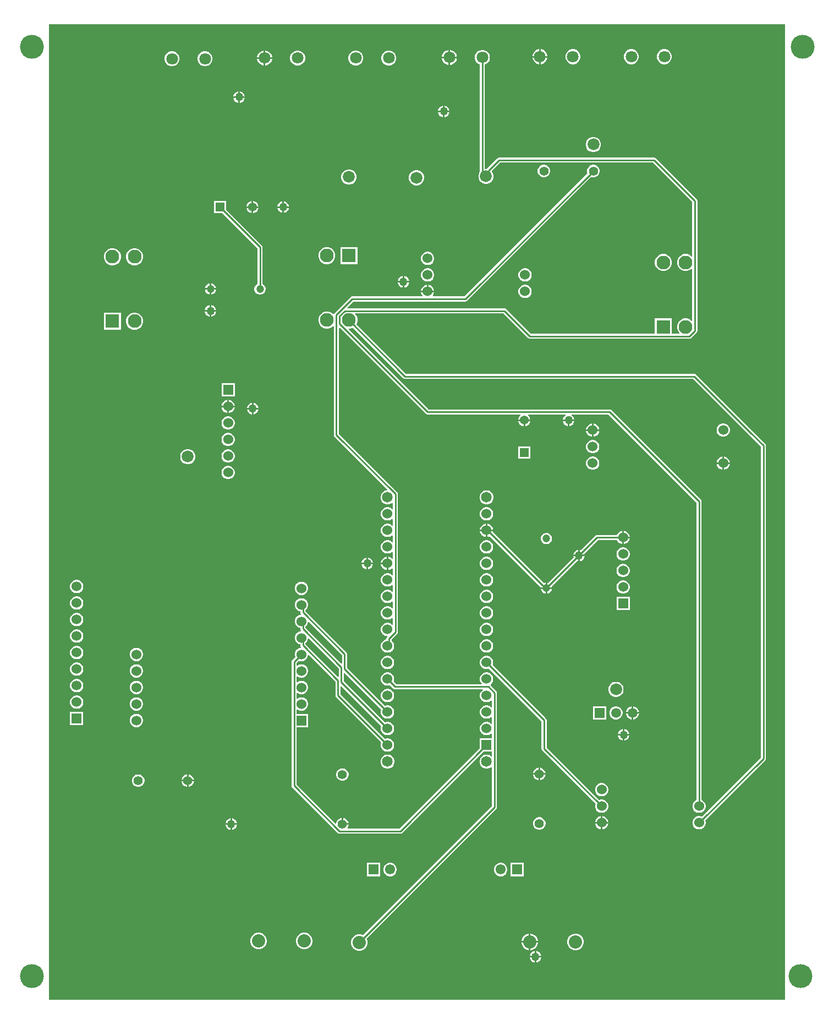
<source format=gbl>
G04*
G04 #@! TF.GenerationSoftware,Altium Limited,Altium Designer,22.1.2 (22)*
G04*
G04 Layer_Physical_Order=2*
G04 Layer_Color=16711680*
%FSLAX25Y25*%
%MOIN*%
G70*
G04*
G04 #@! TF.SameCoordinates,E28053CA-E4DF-42EA-84DA-B9CFE034DEEF*
G04*
G04*
G04 #@! TF.FilePolarity,Positive*
G04*
G01*
G75*
%ADD14C,0.01000*%
%ADD16C,0.08000*%
%ADD17C,0.08300*%
%ADD18R,0.08300X0.08300*%
%ADD26C,0.05400*%
%ADD27R,0.05400X0.05400*%
%ADD28C,0.06000*%
%ADD32C,0.07100*%
%ADD33R,0.05400X0.05400*%
%ADD36C,0.14500*%
%ADD37C,0.07200*%
%ADD38C,0.06500*%
%ADD39R,0.06000X0.06000*%
%ADD40C,0.05512*%
%ADD41R,0.06102X0.06102*%
%ADD42C,0.06102*%
%ADD43R,0.06000X0.06000*%
%ADD44C,0.05906*%
%ADD45R,0.05906X0.05906*%
%ADD46C,0.04724*%
%ADD47C,0.05000*%
G36*
X509842Y1181D02*
X63779D01*
X63780Y591732D01*
X509842D01*
Y1181D01*
D02*
G37*
%LPC*%
G36*
X362016Y576597D02*
X361917D01*
Y572547D01*
X365967D01*
Y572646D01*
X365657Y573804D01*
X365058Y574841D01*
X364211Y575688D01*
X363174Y576287D01*
X362016Y576597D01*
D02*
G37*
G36*
X360917D02*
X360818D01*
X359661Y576287D01*
X358624Y575688D01*
X357776Y574841D01*
X357177Y573804D01*
X356867Y572646D01*
Y572547D01*
X360917D01*
Y576597D01*
D02*
G37*
G36*
X307135Y576203D02*
X307035D01*
Y572154D01*
X311085D01*
Y572253D01*
X310775Y573410D01*
X310176Y574447D01*
X309329Y575294D01*
X308292Y575893D01*
X307135Y576203D01*
D02*
G37*
G36*
X306035D02*
X305936D01*
X304779Y575893D01*
X303742Y575294D01*
X302894Y574447D01*
X302295Y573410D01*
X301985Y572253D01*
Y572154D01*
X306035D01*
Y576203D01*
D02*
G37*
G36*
X195166Y575810D02*
X195067D01*
Y571760D01*
X199117D01*
Y571859D01*
X198807Y573016D01*
X198208Y574054D01*
X197361Y574901D01*
X196323Y575500D01*
X195166Y575810D01*
D02*
G37*
G36*
X194067D02*
X193968D01*
X192811Y575500D01*
X191773Y574901D01*
X190926Y574054D01*
X190327Y573016D01*
X190017Y571859D01*
Y571760D01*
X194067D01*
Y575810D01*
D02*
G37*
G36*
X382016Y576597D02*
X380818D01*
X379661Y576287D01*
X378624Y575688D01*
X377776Y574841D01*
X377177Y573804D01*
X376867Y572646D01*
Y571448D01*
X377177Y570291D01*
X377776Y569253D01*
X378624Y568406D01*
X379661Y567807D01*
X380818Y567497D01*
X382016D01*
X383173Y567807D01*
X384211Y568406D01*
X385058Y569253D01*
X385657Y570291D01*
X385967Y571448D01*
Y572646D01*
X385657Y573804D01*
X385058Y574841D01*
X384211Y575688D01*
X383173Y576287D01*
X382016Y576597D01*
D02*
G37*
G36*
X365967Y571547D02*
X361917D01*
Y567497D01*
X362016D01*
X363174Y567807D01*
X364211Y568406D01*
X365058Y569253D01*
X365657Y570291D01*
X365967Y571448D01*
Y571547D01*
D02*
G37*
G36*
X360917D02*
X356867D01*
Y571448D01*
X357177Y570291D01*
X357776Y569253D01*
X358624Y568406D01*
X359661Y567807D01*
X360818Y567497D01*
X360917D01*
Y571547D01*
D02*
G37*
G36*
X437371Y576597D02*
X436173D01*
X435015Y576287D01*
X433978Y575688D01*
X433131Y574841D01*
X432532Y573804D01*
X432222Y572646D01*
Y571448D01*
X432532Y570291D01*
X433131Y569253D01*
X433978Y568406D01*
X435015Y567807D01*
X436173Y567497D01*
X437371D01*
X438528Y567807D01*
X439565Y568406D01*
X440413Y569253D01*
X441012Y570291D01*
X441322Y571448D01*
Y572646D01*
X441012Y573804D01*
X440413Y574841D01*
X439565Y575688D01*
X438528Y576287D01*
X437371Y576597D01*
D02*
G37*
G36*
X417371D02*
X416173D01*
X415015Y576287D01*
X413978Y575688D01*
X413131Y574841D01*
X412532Y573804D01*
X412222Y572646D01*
Y571448D01*
X412532Y570291D01*
X413131Y569253D01*
X413978Y568406D01*
X415015Y567807D01*
X416173Y567497D01*
X417371D01*
X418528Y567807D01*
X419565Y568406D01*
X420413Y569253D01*
X421012Y570291D01*
X421322Y571448D01*
Y572646D01*
X421012Y573804D01*
X420413Y574841D01*
X419565Y575688D01*
X418528Y576287D01*
X417371Y576597D01*
D02*
G37*
G36*
X311085Y571153D02*
X307035D01*
Y567103D01*
X307135D01*
X308292Y567414D01*
X309329Y568013D01*
X310176Y568860D01*
X310775Y569897D01*
X311085Y571055D01*
Y571153D01*
D02*
G37*
G36*
X306035D02*
X301985D01*
Y571055D01*
X302295Y569897D01*
X302894Y568860D01*
X303742Y568013D01*
X304779Y567414D01*
X305936Y567103D01*
X306035D01*
Y571153D01*
D02*
G37*
G36*
X215166Y575810D02*
X213968D01*
X212811Y575500D01*
X211773Y574901D01*
X210926Y574054D01*
X210327Y573016D01*
X210017Y571859D01*
Y570661D01*
X210327Y569504D01*
X210926Y568466D01*
X211773Y567619D01*
X212811Y567020D01*
X213968Y566710D01*
X215166D01*
X216323Y567020D01*
X217361Y567619D01*
X218208Y568466D01*
X218807Y569504D01*
X219117Y570661D01*
Y571859D01*
X218807Y573016D01*
X218208Y574054D01*
X217361Y574901D01*
X216323Y575500D01*
X215166Y575810D01*
D02*
G37*
G36*
X199117Y570760D02*
X195067D01*
Y566710D01*
X195166D01*
X196323Y567020D01*
X197361Y567619D01*
X198208Y568466D01*
X198807Y569504D01*
X199117Y570661D01*
Y570760D01*
D02*
G37*
G36*
X194067D02*
X190017D01*
Y570661D01*
X190327Y569504D01*
X190926Y568466D01*
X191773Y567619D01*
X192811Y567020D01*
X193968Y566710D01*
X194067D01*
Y570760D01*
D02*
G37*
G36*
X270442Y575810D02*
X269244D01*
X268086Y575500D01*
X267049Y574901D01*
X266202Y574054D01*
X265603Y573016D01*
X265293Y571859D01*
Y570661D01*
X265603Y569504D01*
X266202Y568466D01*
X267049Y567619D01*
X268086Y567020D01*
X269244Y566710D01*
X270442D01*
X271599Y567020D01*
X272636Y567619D01*
X273483Y568466D01*
X274082Y569504D01*
X274393Y570661D01*
Y571859D01*
X274082Y573016D01*
X273483Y574054D01*
X272636Y574901D01*
X271599Y575500D01*
X270442Y575810D01*
D02*
G37*
G36*
X250442D02*
X249243D01*
X248086Y575500D01*
X247049Y574901D01*
X246202Y574054D01*
X245603Y573016D01*
X245292Y571859D01*
Y570661D01*
X245603Y569504D01*
X246202Y568466D01*
X247049Y567619D01*
X248086Y567020D01*
X249243Y566710D01*
X250442D01*
X251599Y567020D01*
X252636Y567619D01*
X253483Y568466D01*
X254082Y569504D01*
X254393Y570661D01*
Y571859D01*
X254082Y573016D01*
X253483Y574054D01*
X252636Y574901D01*
X251599Y575500D01*
X250442Y575810D01*
D02*
G37*
G36*
X159024Y575416D02*
X157826D01*
X156669Y575106D01*
X155631Y574507D01*
X154784Y573660D01*
X154185Y572622D01*
X153875Y571465D01*
Y570267D01*
X154185Y569110D01*
X154784Y568072D01*
X155631Y567225D01*
X156669Y566626D01*
X157826Y566316D01*
X159024D01*
X160181Y566626D01*
X161219Y567225D01*
X162066Y568072D01*
X162665Y569110D01*
X162975Y570267D01*
Y571465D01*
X162665Y572622D01*
X162066Y573660D01*
X161219Y574507D01*
X160181Y575106D01*
X159024Y575416D01*
D02*
G37*
G36*
X139024D02*
X137826D01*
X136669Y575106D01*
X135631Y574507D01*
X134784Y573660D01*
X134185Y572622D01*
X133875Y571465D01*
Y570267D01*
X134185Y569110D01*
X134784Y568072D01*
X135631Y567225D01*
X136669Y566626D01*
X137826Y566316D01*
X139024D01*
X140181Y566626D01*
X141219Y567225D01*
X142066Y568072D01*
X142665Y569110D01*
X142975Y570267D01*
Y571465D01*
X142665Y572622D01*
X142066Y573660D01*
X141219Y574507D01*
X140181Y575106D01*
X139024Y575416D01*
D02*
G37*
G36*
X179634Y551127D02*
Y548138D01*
X182623D01*
X182395Y548989D01*
X181935Y549787D01*
X181283Y550438D01*
X180485Y550899D01*
X179634Y551127D01*
D02*
G37*
G36*
X178634D02*
X177783Y550899D01*
X176985Y550438D01*
X176333Y549787D01*
X175872Y548989D01*
X175644Y548138D01*
X178634D01*
Y551127D01*
D02*
G37*
G36*
X182623Y547138D02*
X179634D01*
Y544148D01*
X180485Y544376D01*
X181283Y544837D01*
X181935Y545489D01*
X182395Y546287D01*
X182623Y547138D01*
D02*
G37*
G36*
X178634D02*
X175644D01*
X175872Y546287D01*
X176333Y545489D01*
X176985Y544837D01*
X177783Y544376D01*
X178634Y544148D01*
Y547138D01*
D02*
G37*
G36*
X303650Y542466D02*
Y539476D01*
X306639D01*
X306411Y540327D01*
X305950Y541125D01*
X305299Y541777D01*
X304501Y542238D01*
X303650Y542466D01*
D02*
G37*
G36*
X302650D02*
X301799Y542238D01*
X301001Y541777D01*
X300349Y541125D01*
X299888Y540327D01*
X299660Y539476D01*
X302650D01*
Y542466D01*
D02*
G37*
G36*
X306639Y538476D02*
X303650D01*
Y535487D01*
X304501Y535715D01*
X305299Y536176D01*
X305950Y536827D01*
X306411Y537625D01*
X306639Y538476D01*
D02*
G37*
G36*
X302650D02*
X299660D01*
X299888Y537625D01*
X300349Y536827D01*
X301001Y536176D01*
X301799Y535715D01*
X302650Y535487D01*
Y538476D01*
D02*
G37*
G36*
X394367Y523526D02*
X393156D01*
X391986Y523212D01*
X390937Y522607D01*
X390080Y521750D01*
X389475Y520702D01*
X389161Y519532D01*
Y518320D01*
X389475Y517150D01*
X390080Y516102D01*
X390937Y515245D01*
X391986Y514640D01*
X393156Y514326D01*
X394367D01*
X395537Y514640D01*
X396586Y515245D01*
X397442Y516102D01*
X398048Y517150D01*
X398361Y518320D01*
Y519532D01*
X398048Y520702D01*
X397442Y521750D01*
X396586Y522607D01*
X395537Y523212D01*
X394367Y523526D01*
D02*
G37*
G36*
X327134Y576203D02*
X325936D01*
X324779Y575893D01*
X323742Y575294D01*
X322895Y574447D01*
X322295Y573410D01*
X321985Y572253D01*
Y571055D01*
X322295Y569897D01*
X322895Y568860D01*
X323742Y568013D01*
X324779Y567414D01*
X325006Y567353D01*
Y502339D01*
X324454Y501382D01*
X324140Y500212D01*
Y499001D01*
X324454Y497831D01*
X325059Y496782D01*
X325916Y495925D01*
X326965Y495320D01*
X328135Y495006D01*
X329346D01*
X330516Y495320D01*
X331565Y495925D01*
X332421Y496782D01*
X333027Y497831D01*
X333340Y499001D01*
Y500212D01*
X333027Y501382D01*
X332421Y502431D01*
X332090Y502762D01*
X337248Y507919D01*
X430075D01*
X453734Y484261D01*
Y451269D01*
X453272Y451077D01*
X452776Y451574D01*
X451601Y452252D01*
X450291Y452603D01*
X448935D01*
X447626Y452252D01*
X446451Y451574D01*
X445492Y450615D01*
X444814Y449441D01*
X444463Y448131D01*
Y446775D01*
X444814Y445465D01*
X445492Y444291D01*
X446451Y443332D01*
X447626Y442654D01*
X448935Y442303D01*
X450291D01*
X451601Y442654D01*
X452776Y443332D01*
X453272Y443828D01*
X453734Y443637D01*
Y412269D01*
X453272Y412077D01*
X452776Y412574D01*
X451601Y413252D01*
X450291Y413603D01*
X448935D01*
X447626Y413252D01*
X446451Y412574D01*
X445492Y411615D01*
X444814Y410441D01*
X444463Y409131D01*
Y407775D01*
X444814Y406465D01*
X445492Y405291D01*
X445989Y404794D01*
X445797Y404332D01*
X441363D01*
Y413603D01*
X431063D01*
Y404332D01*
X355998D01*
X341000Y419330D01*
X340504Y419661D01*
X339918Y419778D01*
X244846D01*
X244655Y420240D01*
X248307Y423892D01*
X316270D01*
X316856Y424008D01*
X317352Y424340D01*
X392401Y499389D01*
X393267Y499157D01*
X394256D01*
X395211Y499412D01*
X396068Y499907D01*
X396767Y500606D01*
X397261Y501463D01*
X397517Y502418D01*
Y503407D01*
X397261Y504362D01*
X396767Y505219D01*
X396068Y505918D01*
X395211Y506412D01*
X394256Y506668D01*
X393267D01*
X392312Y506412D01*
X391455Y505918D01*
X390756Y505219D01*
X390262Y504362D01*
X390005Y503407D01*
Y502418D01*
X390238Y501552D01*
X315637Y426951D01*
X296647D01*
X296455Y427413D01*
X296508Y427465D01*
X297035Y428377D01*
X297307Y429395D01*
Y429421D01*
X289307D01*
Y429395D01*
X289580Y428377D01*
X290106Y427465D01*
X290159Y427413D01*
X289967Y426951D01*
X247673D01*
X247088Y426834D01*
X246592Y426503D01*
X236938Y416849D01*
X236606Y416352D01*
X236590Y416268D01*
X236047Y416104D01*
X235432Y416719D01*
X234257Y417397D01*
X232947Y417748D01*
X231591D01*
X230281Y417397D01*
X229107Y416719D01*
X228148Y415761D01*
X227470Y414586D01*
X227119Y413276D01*
Y411920D01*
X227470Y410611D01*
X228148Y409436D01*
X229107Y408477D01*
X230281Y407799D01*
X231591Y407448D01*
X232947D01*
X234257Y407799D01*
X235432Y408477D01*
X235990Y409036D01*
X236490Y408829D01*
Y343060D01*
X236606Y342475D01*
X236938Y341979D01*
X268912Y310004D01*
X268721Y309542D01*
X268510D01*
X267429Y309252D01*
X266460Y308693D01*
X265669Y307902D01*
X265109Y306932D01*
X264820Y305852D01*
Y304732D01*
X265109Y303652D01*
X265669Y302682D01*
X266460Y301891D01*
X267429Y301332D01*
X268510Y301042D01*
X269629D01*
X270710Y301332D01*
X271679Y301891D01*
X271828Y302040D01*
X272290Y301849D01*
Y298435D01*
X271790Y298228D01*
X271526Y298493D01*
X270614Y299019D01*
X269596Y299292D01*
X268543D01*
X267526Y299019D01*
X266614Y298493D01*
X265869Y297748D01*
X265342Y296836D01*
X265070Y295819D01*
Y294765D01*
X265342Y293748D01*
X265869Y292836D01*
X266614Y292091D01*
X267526Y291565D01*
X268543Y291292D01*
X269596D01*
X270614Y291565D01*
X271526Y292091D01*
X271790Y292356D01*
X272290Y292149D01*
Y288435D01*
X271790Y288228D01*
X271526Y288493D01*
X270614Y289019D01*
X269596Y289292D01*
X268543D01*
X267526Y289019D01*
X266614Y288493D01*
X265869Y287748D01*
X265342Y286836D01*
X265070Y285819D01*
Y284765D01*
X265342Y283748D01*
X265869Y282836D01*
X266614Y282091D01*
X267526Y281565D01*
X268543Y281292D01*
X269596D01*
X270614Y281565D01*
X271526Y282091D01*
X271790Y282356D01*
X272290Y282149D01*
Y278435D01*
X271790Y278228D01*
X271526Y278493D01*
X270614Y279019D01*
X269596Y279292D01*
X268543D01*
X267526Y279019D01*
X266614Y278493D01*
X265869Y277748D01*
X265342Y276836D01*
X265070Y275819D01*
Y274765D01*
X265342Y273748D01*
X265869Y272836D01*
X266614Y272091D01*
X267526Y271565D01*
X268543Y271292D01*
X269596D01*
X270614Y271565D01*
X271526Y272091D01*
X271790Y272356D01*
X272290Y272149D01*
Y268435D01*
X271790Y268228D01*
X271526Y268493D01*
X270614Y269019D01*
X269596Y269292D01*
X269570D01*
Y265292D01*
X269070D01*
D01*
X269570D01*
Y261292D01*
X269596D01*
X270614Y261565D01*
X271526Y262091D01*
X271790Y262356D01*
X272290Y262149D01*
Y258435D01*
X271790Y258228D01*
X271526Y258493D01*
X270614Y259019D01*
X269596Y259292D01*
X268543D01*
X267526Y259019D01*
X266614Y258493D01*
X265869Y257748D01*
X265342Y256836D01*
X265070Y255819D01*
Y254765D01*
X265342Y253748D01*
X265869Y252836D01*
X266614Y252091D01*
X267526Y251565D01*
X268543Y251292D01*
X269596D01*
X270614Y251565D01*
X271526Y252091D01*
X271790Y252356D01*
X272290Y252149D01*
Y248435D01*
X271790Y248228D01*
X271526Y248493D01*
X270614Y249019D01*
X269596Y249292D01*
X268543D01*
X267526Y249019D01*
X266614Y248493D01*
X265869Y247748D01*
X265342Y246836D01*
X265070Y245819D01*
Y244765D01*
X265342Y243748D01*
X265869Y242836D01*
X266614Y242091D01*
X267526Y241565D01*
X268543Y241292D01*
X269596D01*
X270614Y241565D01*
X271526Y242091D01*
X271790Y242356D01*
X272290Y242149D01*
Y238435D01*
X271790Y238228D01*
X271526Y238493D01*
X270614Y239019D01*
X269596Y239292D01*
X268543D01*
X267526Y239019D01*
X266614Y238493D01*
X265869Y237748D01*
X265342Y236836D01*
X265070Y235819D01*
Y234765D01*
X265342Y233748D01*
X265869Y232836D01*
X266614Y232091D01*
X267526Y231565D01*
X268543Y231292D01*
X269596D01*
X270614Y231565D01*
X271526Y232091D01*
X271790Y232356D01*
X272290Y232149D01*
Y228435D01*
X271790Y228228D01*
X271526Y228493D01*
X270614Y229019D01*
X269596Y229292D01*
X268543D01*
X267526Y229019D01*
X266614Y228493D01*
X265869Y227748D01*
X265342Y226836D01*
X265070Y225819D01*
Y224765D01*
X265342Y223748D01*
X265869Y222836D01*
X266614Y222091D01*
X267526Y221565D01*
X268543Y221292D01*
X268647D01*
X268798Y220792D01*
X268521Y220377D01*
X268404Y219792D01*
Y219255D01*
X267526Y219019D01*
X266614Y218493D01*
X265869Y217748D01*
X265342Y216836D01*
X265070Y215819D01*
Y214765D01*
X265342Y213748D01*
X265869Y212836D01*
X266614Y212091D01*
X267526Y211565D01*
X268543Y211292D01*
X269596D01*
X270614Y211565D01*
X271526Y212091D01*
X272271Y212836D01*
X272797Y213748D01*
X273070Y214765D01*
Y215819D01*
X272797Y216836D01*
X272271Y217748D01*
X271526Y218493D01*
X271463Y218529D01*
Y219159D01*
X274901Y222597D01*
X275233Y223093D01*
X275349Y223678D01*
Y307259D01*
X275233Y307845D01*
X274901Y308341D01*
X239549Y343693D01*
Y407913D01*
X240011Y408104D01*
X292168Y355946D01*
X292665Y355615D01*
X293250Y355498D01*
X349682D01*
X349816Y354998D01*
X349697Y354929D01*
X349008Y354240D01*
X348521Y353397D01*
X348272Y352468D01*
X351969D01*
X355665D01*
X355416Y353397D01*
X354929Y354240D01*
X354240Y354929D01*
X354121Y354998D01*
X354255Y355498D01*
X376885D01*
X377018Y354998D01*
X376622Y354769D01*
X375970Y354117D01*
X375509Y353320D01*
X375281Y352468D01*
X382260D01*
X382032Y353320D01*
X381572Y354117D01*
X380920Y354769D01*
X380523Y354998D01*
X380657Y355498D01*
X403053D01*
X456345Y302207D01*
Y121999D01*
X456330Y121995D01*
X455418Y121468D01*
X454673Y120724D01*
X454147Y119812D01*
X453874Y118794D01*
Y117741D01*
X454147Y116724D01*
X454673Y115812D01*
X455418Y115067D01*
X456330Y114540D01*
X457347Y114268D01*
X458401D01*
X459418Y114540D01*
X460330Y115067D01*
X461075Y115812D01*
X461601Y116724D01*
X461874Y117741D01*
Y118794D01*
X461601Y119812D01*
X461075Y120724D01*
X460330Y121468D01*
X459418Y121995D01*
X459403Y121999D01*
Y302840D01*
X459287Y303426D01*
X458955Y303922D01*
X404768Y358109D01*
X404272Y358441D01*
X403687Y358557D01*
X293883D01*
X245454Y406987D01*
X245645Y407448D01*
X246347D01*
X247657Y407799D01*
X248068Y408037D01*
X278666Y377439D01*
X279162Y377107D01*
X279748Y376991D01*
X454311D01*
X487501Y343800D01*
X487501Y343800D01*
X495321Y335981D01*
Y147878D01*
X459431Y111988D01*
X459418Y111995D01*
X458401Y112268D01*
X457347D01*
X456330Y111995D01*
X455418Y111469D01*
X454673Y110724D01*
X454147Y109812D01*
X453874Y108794D01*
Y107741D01*
X454147Y106724D01*
X454673Y105812D01*
X455418Y105067D01*
X456330Y104540D01*
X457347Y104268D01*
X458401D01*
X459418Y104540D01*
X460330Y105067D01*
X461075Y105812D01*
X461601Y106724D01*
X461874Y107741D01*
Y108794D01*
X461601Y109812D01*
X461594Y109825D01*
X497932Y146163D01*
X498263Y146659D01*
X498380Y147244D01*
Y336614D01*
X498263Y337199D01*
X497932Y337696D01*
X489664Y345963D01*
X489664Y345963D01*
X456026Y379602D01*
X455530Y379933D01*
X454945Y380049D01*
X280381D01*
X250231Y410200D01*
X250468Y410611D01*
X250819Y411920D01*
Y413276D01*
X250468Y414586D01*
X249790Y415761D01*
X249294Y416257D01*
X249485Y416719D01*
X339285D01*
X354283Y401721D01*
X354779Y401390D01*
X355364Y401273D01*
X451954D01*
X452539Y401390D01*
X453035Y401721D01*
X456345Y405031D01*
X456676Y405527D01*
X456793Y406112D01*
Y484894D01*
X456676Y485479D01*
X456345Y485976D01*
X431790Y510530D01*
X431294Y510862D01*
X430709Y510978D01*
X336614D01*
X336029Y510862D01*
X335533Y510530D01*
X329281Y504278D01*
X329233Y504206D01*
X328135D01*
X328065Y504260D01*
Y567353D01*
X328292Y567414D01*
X329329Y568013D01*
X330176Y568860D01*
X330775Y569897D01*
X331085Y571055D01*
Y572253D01*
X330775Y573410D01*
X330176Y574447D01*
X329329Y575294D01*
X328292Y575893D01*
X327134Y576203D01*
D02*
G37*
G36*
X364256Y506668D02*
X363267D01*
X362312Y506412D01*
X361455Y505918D01*
X360756Y505219D01*
X360262Y504362D01*
X360005Y503407D01*
Y502418D01*
X360262Y501463D01*
X360756Y500606D01*
X361455Y499907D01*
X362312Y499412D01*
X363267Y499157D01*
X364256D01*
X365211Y499412D01*
X366068Y499907D01*
X366767Y500606D01*
X367261Y501463D01*
X367517Y502418D01*
Y503407D01*
X367261Y504362D01*
X366767Y505219D01*
X366068Y505918D01*
X365211Y506412D01*
X364256Y506668D01*
D02*
G37*
G36*
X246275Y503855D02*
X245064D01*
X243894Y503542D01*
X242845Y502936D01*
X241988Y502080D01*
X241383Y501031D01*
X241069Y499861D01*
Y498650D01*
X241383Y497480D01*
X241988Y496431D01*
X242845Y495574D01*
X243894Y494969D01*
X245064Y494655D01*
X246275D01*
X247445Y494969D01*
X248494Y495574D01*
X249350Y496431D01*
X249956Y497480D01*
X250269Y498650D01*
Y499861D01*
X249956Y501031D01*
X249350Y502080D01*
X248494Y502936D01*
X247445Y503542D01*
X246275Y503855D01*
D02*
G37*
G36*
X287220Y503419D02*
X286009D01*
X284839Y503105D01*
X283790Y502500D01*
X282933Y501643D01*
X282328Y500594D01*
X282014Y499425D01*
Y498213D01*
X282328Y497043D01*
X282933Y495994D01*
X283790Y495138D01*
X284839Y494532D01*
X286009Y494219D01*
X287220D01*
X288390Y494532D01*
X289439Y495138D01*
X290295Y495994D01*
X290901Y497043D01*
X291214Y498213D01*
Y499425D01*
X290901Y500594D01*
X290295Y501643D01*
X289439Y502500D01*
X288390Y503105D01*
X287220Y503419D01*
D02*
G37*
G36*
X206378Y484565D02*
Y481575D01*
X209368D01*
X209140Y482426D01*
X208679Y483224D01*
X208027Y483876D01*
X207229Y484337D01*
X206378Y484565D01*
D02*
G37*
G36*
X205378D02*
X204527Y484337D01*
X203729Y483876D01*
X203078Y483224D01*
X202617Y482426D01*
X202389Y481575D01*
X205378D01*
Y484565D01*
D02*
G37*
G36*
X187709Y484745D02*
Y481548D01*
X190905D01*
X190657Y482476D01*
X190170Y483320D01*
X189481Y484009D01*
X188637Y484496D01*
X187709Y484745D01*
D02*
G37*
G36*
X186709Y484745D02*
X185781Y484496D01*
X184937Y484009D01*
X184248Y483320D01*
X183761Y482476D01*
X183512Y481548D01*
X186709D01*
Y484745D01*
D02*
G37*
G36*
X209368Y480575D02*
X206378D01*
Y477586D01*
X207229Y477814D01*
X208027Y478274D01*
X208679Y478926D01*
X209140Y479724D01*
X209368Y480575D01*
D02*
G37*
G36*
X205378D02*
X202389D01*
X202617Y479724D01*
X203078Y478926D01*
X203729Y478274D01*
X204527Y477814D01*
X205378Y477586D01*
Y480575D01*
D02*
G37*
G36*
X190905Y480548D02*
X187709D01*
Y477351D01*
X188637Y477600D01*
X189481Y478087D01*
X190170Y478776D01*
X190657Y479620D01*
X190905Y480548D01*
D02*
G37*
G36*
X186709D02*
X183512D01*
X183761Y479620D01*
X184248Y478776D01*
X184937Y478087D01*
X185781Y477600D01*
X186709Y477351D01*
Y480548D01*
D02*
G37*
G36*
X250819Y456748D02*
X240519D01*
Y446448D01*
X250819D01*
Y456748D01*
D02*
G37*
G36*
X232947D02*
X231591D01*
X230281Y456397D01*
X229107Y455720D01*
X228148Y454761D01*
X227470Y453586D01*
X227119Y452276D01*
Y450920D01*
X227470Y449611D01*
X228148Y448436D01*
X229107Y447477D01*
X230281Y446799D01*
X231591Y446448D01*
X232947D01*
X234257Y446799D01*
X235432Y447477D01*
X236390Y448436D01*
X237068Y449611D01*
X237419Y450920D01*
Y452276D01*
X237068Y453586D01*
X236390Y454761D01*
X235432Y455720D01*
X234257Y456397D01*
X232947Y456748D01*
D02*
G37*
G36*
X293834Y453921D02*
X292780D01*
X291763Y453649D01*
X290851Y453122D01*
X290106Y452377D01*
X289580Y451465D01*
X289307Y450448D01*
Y449395D01*
X289580Y448377D01*
X290106Y447465D01*
X290851Y446721D01*
X291763Y446194D01*
X292780Y445921D01*
X293834D01*
X294851Y446194D01*
X295763Y446721D01*
X296508Y447465D01*
X297035Y448377D01*
X297307Y449395D01*
Y450448D01*
X297035Y451465D01*
X296508Y452377D01*
X295763Y453122D01*
X294851Y453649D01*
X293834Y453921D01*
D02*
G37*
G36*
X116433Y456146D02*
X115077D01*
X113767Y455795D01*
X112593Y455117D01*
X111634Y454158D01*
X110956Y452984D01*
X110605Y451674D01*
Y450318D01*
X110956Y449008D01*
X111634Y447834D01*
X112593Y446875D01*
X113767Y446197D01*
X115077Y445846D01*
X116433D01*
X117743Y446197D01*
X118917Y446875D01*
X119876Y447834D01*
X120554Y449008D01*
X120905Y450318D01*
Y451674D01*
X120554Y452984D01*
X119876Y454158D01*
X118917Y455117D01*
X117743Y455795D01*
X116433Y456146D01*
D02*
G37*
G36*
X103033D02*
X101677D01*
X100367Y455795D01*
X99193Y455117D01*
X98234Y454158D01*
X97556Y452984D01*
X97205Y451674D01*
Y450318D01*
X97556Y449008D01*
X98234Y447834D01*
X99193Y446875D01*
X100367Y446197D01*
X101677Y445846D01*
X103033D01*
X104343Y446197D01*
X105517Y446875D01*
X106476Y447834D01*
X107154Y449008D01*
X107505Y450318D01*
Y451674D01*
X107154Y452984D01*
X106476Y454158D01*
X105517Y455117D01*
X104343Y455795D01*
X103033Y456146D01*
D02*
G37*
G36*
X436891Y452603D02*
X435535D01*
X434226Y452252D01*
X433051Y451574D01*
X432092Y450615D01*
X431414Y449441D01*
X431063Y448131D01*
Y446775D01*
X431414Y445465D01*
X432092Y444291D01*
X433051Y443332D01*
X434226Y442654D01*
X435535Y442303D01*
X436891D01*
X438201Y442654D01*
X439376Y443332D01*
X440334Y444291D01*
X441012Y445465D01*
X441363Y446775D01*
Y448131D01*
X441012Y449441D01*
X440334Y450615D01*
X439376Y451574D01*
X438201Y452252D01*
X436891Y452603D01*
D02*
G37*
G36*
X279240Y439316D02*
Y436327D01*
X282230D01*
X282002Y437178D01*
X281541Y437976D01*
X280889Y438627D01*
X280091Y439088D01*
X279240Y439316D01*
D02*
G37*
G36*
X278240D02*
X277389Y439088D01*
X276591Y438627D01*
X275939Y437976D01*
X275479Y437178D01*
X275251Y436327D01*
X278240D01*
Y439316D01*
D02*
G37*
G36*
X352889Y443921D02*
X351836D01*
X350818Y443649D01*
X349906Y443122D01*
X349161Y442377D01*
X348635Y441465D01*
X348362Y440448D01*
Y439395D01*
X348635Y438377D01*
X349161Y437465D01*
X349906Y436721D01*
X350818Y436194D01*
X351836Y435921D01*
X352889D01*
X353906Y436194D01*
X354818Y436721D01*
X355563Y437465D01*
X356090Y438377D01*
X356362Y439395D01*
Y440448D01*
X356090Y441465D01*
X355563Y442377D01*
X354818Y443122D01*
X353906Y443649D01*
X352889Y443921D01*
D02*
G37*
G36*
X293834D02*
X292780D01*
X291763Y443649D01*
X290851Y443122D01*
X290106Y442377D01*
X289580Y441465D01*
X289307Y440448D01*
Y439395D01*
X289580Y438377D01*
X290106Y437465D01*
X290851Y436721D01*
X291763Y436194D01*
X292780Y435921D01*
X293834D01*
X294851Y436194D01*
X295763Y436721D01*
X296508Y437465D01*
X297035Y438377D01*
X297307Y439395D01*
Y440448D01*
X297035Y441465D01*
X296508Y442377D01*
X295763Y443122D01*
X294851Y443649D01*
X293834Y443921D01*
D02*
G37*
G36*
X282230Y435327D02*
X279240D01*
Y432337D01*
X280091Y432565D01*
X280889Y433026D01*
X281541Y433678D01*
X282002Y434476D01*
X282230Y435327D01*
D02*
G37*
G36*
X278240D02*
X275251D01*
X275479Y434476D01*
X275939Y433678D01*
X276591Y433026D01*
X277389Y432565D01*
X278240Y432337D01*
Y435327D01*
D02*
G37*
G36*
X162272Y434843D02*
Y431996D01*
X165119D01*
X164905Y432794D01*
X164462Y433561D01*
X163836Y434187D01*
X163069Y434629D01*
X162272Y434843D01*
D02*
G37*
G36*
X161272D02*
X160474Y434629D01*
X159707Y434187D01*
X159081Y433561D01*
X158639Y432794D01*
X158425Y431996D01*
X161272D01*
Y434843D01*
D02*
G37*
G36*
X293834Y433921D02*
X293807D01*
Y430421D01*
X297307D01*
Y430448D01*
X297035Y431465D01*
X296508Y432377D01*
X295763Y433122D01*
X294851Y433649D01*
X293834Y433921D01*
D02*
G37*
G36*
X292807D02*
X292780D01*
X291763Y433649D01*
X290851Y433122D01*
X290106Y432377D01*
X289580Y431465D01*
X289307Y430448D01*
Y430421D01*
X292807D01*
Y433921D01*
D02*
G37*
G36*
X165119Y430996D02*
X162272D01*
Y428149D01*
X163069Y428363D01*
X163836Y428806D01*
X164462Y429432D01*
X164905Y430198D01*
X165119Y430996D01*
D02*
G37*
G36*
X161272D02*
X158425D01*
X158639Y430198D01*
X159081Y429432D01*
X159707Y428806D01*
X160474Y428363D01*
X161272Y428149D01*
Y430996D01*
D02*
G37*
G36*
X171224Y484748D02*
X163824D01*
Y477348D01*
X169061D01*
X190242Y456167D01*
Y434495D01*
X189707Y434187D01*
X189081Y433561D01*
X188639Y432794D01*
X188409Y431939D01*
Y431053D01*
X188639Y430198D01*
X189081Y429432D01*
X189707Y428806D01*
X190474Y428363D01*
X191329Y428134D01*
X192214D01*
X193069Y428363D01*
X193836Y428806D01*
X194462Y429432D01*
X194905Y430198D01*
X195134Y431053D01*
Y431939D01*
X194905Y432794D01*
X194462Y433561D01*
X193836Y434187D01*
X193301Y434495D01*
Y456800D01*
X193185Y457385D01*
X192853Y457882D01*
X171224Y479511D01*
Y484748D01*
D02*
G37*
G36*
X352889Y433921D02*
X351836D01*
X350818Y433649D01*
X349906Y433122D01*
X349161Y432377D01*
X348635Y431465D01*
X348362Y430448D01*
Y429395D01*
X348635Y428377D01*
X349161Y427465D01*
X349906Y426721D01*
X350818Y426194D01*
X351836Y425921D01*
X352889D01*
X353906Y426194D01*
X354818Y426721D01*
X355563Y427465D01*
X356090Y428377D01*
X356362Y429395D01*
Y430448D01*
X356090Y431465D01*
X355563Y432377D01*
X354818Y433122D01*
X353906Y433649D01*
X352889Y433921D01*
D02*
G37*
G36*
X162272Y421713D02*
Y418723D01*
X165261D01*
X165033Y419574D01*
X164572Y420372D01*
X163921Y421024D01*
X163123Y421485D01*
X162272Y421713D01*
D02*
G37*
G36*
X161272D02*
X160421Y421485D01*
X159623Y421024D01*
X158971Y420372D01*
X158510Y419574D01*
X158282Y418723D01*
X161272D01*
Y421713D01*
D02*
G37*
G36*
X165261Y417724D02*
X162272D01*
Y414734D01*
X163123Y414962D01*
X163921Y415423D01*
X164572Y416074D01*
X165033Y416873D01*
X165261Y417724D01*
D02*
G37*
G36*
X161272D02*
X158282D01*
X158510Y416873D01*
X158971Y416074D01*
X159623Y415423D01*
X160421Y414962D01*
X161272Y414734D01*
Y417724D01*
D02*
G37*
G36*
X116433Y417146D02*
X115077D01*
X113767Y416795D01*
X112593Y416117D01*
X111634Y415158D01*
X110956Y413984D01*
X110605Y412674D01*
Y411318D01*
X110956Y410008D01*
X111634Y408834D01*
X112593Y407875D01*
X113767Y407197D01*
X115077Y406846D01*
X116433D01*
X117743Y407197D01*
X118917Y407875D01*
X119876Y408834D01*
X120554Y410008D01*
X120905Y411318D01*
Y412674D01*
X120554Y413984D01*
X119876Y415158D01*
X118917Y416117D01*
X117743Y416795D01*
X116433Y417146D01*
D02*
G37*
G36*
X107505D02*
X97205D01*
Y406846D01*
X107505D01*
Y417146D01*
D02*
G37*
G36*
X176441Y374315D02*
X168441D01*
Y366315D01*
X176441D01*
Y374315D01*
D02*
G37*
G36*
X172968Y364315D02*
X172941D01*
Y360815D01*
X176441D01*
Y360842D01*
X176168Y361859D01*
X175642Y362771D01*
X174897Y363516D01*
X173985Y364042D01*
X172968Y364315D01*
D02*
G37*
G36*
X171941D02*
X171914D01*
X170897Y364042D01*
X169985Y363516D01*
X169240Y362771D01*
X168713Y361859D01*
X168441Y360842D01*
Y360815D01*
X171941D01*
Y364315D01*
D02*
G37*
G36*
X187902Y362545D02*
Y359555D01*
X190891D01*
X190663Y360406D01*
X190202Y361204D01*
X189551Y361856D01*
X188752Y362317D01*
X187902Y362545D01*
D02*
G37*
G36*
X186902D02*
X186051Y362317D01*
X185252Y361856D01*
X184601Y361204D01*
X184140Y360406D01*
X183912Y359555D01*
X186902D01*
Y362545D01*
D02*
G37*
G36*
X176441Y359815D02*
X172941D01*
Y356315D01*
X172968D01*
X173985Y356588D01*
X174897Y357114D01*
X175642Y357859D01*
X176168Y358771D01*
X176441Y359788D01*
Y359815D01*
D02*
G37*
G36*
X171941D02*
X168441D01*
Y359788D01*
X168713Y358771D01*
X169240Y357859D01*
X169985Y357114D01*
X170897Y356588D01*
X171914Y356315D01*
X171941D01*
Y359815D01*
D02*
G37*
G36*
X190891Y358555D02*
X187902D01*
Y355566D01*
X188752Y355794D01*
X189551Y356254D01*
X190202Y356906D01*
X190663Y357704D01*
X190891Y358555D01*
D02*
G37*
G36*
X186902D02*
X183912D01*
X184140Y357704D01*
X184601Y356906D01*
X185252Y356254D01*
X186051Y355794D01*
X186902Y355566D01*
Y358555D01*
D02*
G37*
G36*
X382260Y351468D02*
X379271D01*
Y348479D01*
X380122Y348707D01*
X380920Y349168D01*
X381572Y349819D01*
X382032Y350618D01*
X382260Y351468D01*
D02*
G37*
G36*
X378271D02*
X375281D01*
X375509Y350618D01*
X375970Y349819D01*
X376622Y349168D01*
X377420Y348707D01*
X378271Y348479D01*
Y351468D01*
D02*
G37*
G36*
X355665Y351468D02*
X352468D01*
Y348272D01*
X353397Y348521D01*
X354240Y349008D01*
X354929Y349697D01*
X355416Y350540D01*
X355665Y351468D01*
D02*
G37*
G36*
X351468D02*
X348272D01*
X348521Y350540D01*
X349008Y349697D01*
X349697Y349008D01*
X350540Y348521D01*
X351468Y348272D01*
Y351468D01*
D02*
G37*
G36*
X393932Y349984D02*
X393905D01*
Y346484D01*
X397406D01*
Y346511D01*
X397133Y347528D01*
X396606Y348440D01*
X395862Y349185D01*
X394949Y349712D01*
X393932Y349984D01*
D02*
G37*
G36*
X392905D02*
X392879D01*
X391862Y349712D01*
X390949Y349185D01*
X390205Y348440D01*
X389678Y347528D01*
X389405Y346511D01*
Y346484D01*
X392905D01*
Y349984D01*
D02*
G37*
G36*
X172968Y354315D02*
X171914D01*
X170897Y354042D01*
X169985Y353516D01*
X169240Y352771D01*
X168713Y351859D01*
X168441Y350842D01*
Y349788D01*
X168713Y348771D01*
X169240Y347859D01*
X169985Y347114D01*
X170897Y346588D01*
X171914Y346315D01*
X172968D01*
X173985Y346588D01*
X174897Y347114D01*
X175642Y347859D01*
X176168Y348771D01*
X176441Y349788D01*
Y350842D01*
X176168Y351859D01*
X175642Y352771D01*
X174897Y353516D01*
X173985Y354042D01*
X172968Y354315D01*
D02*
G37*
G36*
X472968Y350063D02*
X471914D01*
X470897Y349790D01*
X469985Y349264D01*
X469240Y348519D01*
X468714Y347607D01*
X468441Y346590D01*
Y345536D01*
X468714Y344519D01*
X469240Y343607D01*
X469985Y342862D01*
X470897Y342336D01*
X471914Y342063D01*
X472968D01*
X473985Y342336D01*
X474897Y342862D01*
X475642Y343607D01*
X476168Y344519D01*
X476441Y345536D01*
Y346590D01*
X476168Y347607D01*
X475642Y348519D01*
X474897Y349264D01*
X473985Y349790D01*
X472968Y350063D01*
D02*
G37*
G36*
X397406Y345484D02*
X393905D01*
Y341984D01*
X393932D01*
X394949Y342257D01*
X395862Y342783D01*
X396606Y343528D01*
X397133Y344440D01*
X397406Y345458D01*
Y345484D01*
D02*
G37*
G36*
X392905D02*
X389405D01*
Y345458D01*
X389678Y344440D01*
X390205Y343528D01*
X390949Y342783D01*
X391862Y342257D01*
X392879Y341984D01*
X392905D01*
Y345484D01*
D02*
G37*
G36*
X172968Y344315D02*
X171914D01*
X170897Y344042D01*
X169985Y343516D01*
X169240Y342771D01*
X168713Y341859D01*
X168441Y340842D01*
Y339788D01*
X168713Y338771D01*
X169240Y337859D01*
X169985Y337114D01*
X170897Y336588D01*
X171914Y336315D01*
X172968D01*
X173985Y336588D01*
X174897Y337114D01*
X175642Y337859D01*
X176168Y338771D01*
X176441Y339788D01*
Y340842D01*
X176168Y341859D01*
X175642Y342771D01*
X174897Y343516D01*
X173985Y344042D01*
X172968Y344315D01*
D02*
G37*
G36*
X393932Y339984D02*
X392879D01*
X391862Y339712D01*
X390949Y339185D01*
X390205Y338440D01*
X389678Y337528D01*
X389405Y336511D01*
Y335458D01*
X389678Y334440D01*
X390205Y333528D01*
X390949Y332783D01*
X391862Y332257D01*
X392879Y331984D01*
X393932D01*
X394949Y332257D01*
X395862Y332783D01*
X396606Y333528D01*
X397133Y334440D01*
X397406Y335458D01*
Y336511D01*
X397133Y337528D01*
X396606Y338440D01*
X395862Y339185D01*
X394949Y339712D01*
X393932Y339984D01*
D02*
G37*
G36*
X355668Y335983D02*
X348269D01*
Y328584D01*
X355668D01*
Y335983D01*
D02*
G37*
G36*
X472968Y329984D02*
X472941D01*
Y326484D01*
X476441D01*
Y326511D01*
X476168Y327528D01*
X475642Y328440D01*
X474897Y329185D01*
X473985Y329712D01*
X472968Y329984D01*
D02*
G37*
G36*
X471941D02*
X471914D01*
X470897Y329712D01*
X469985Y329185D01*
X469240Y328440D01*
X468714Y327528D01*
X468441Y326511D01*
Y326484D01*
X471941D01*
Y329984D01*
D02*
G37*
G36*
X172968Y334315D02*
X171914D01*
X170897Y334042D01*
X169985Y333516D01*
X169240Y332771D01*
X168713Y331859D01*
X168441Y330842D01*
Y329788D01*
X168713Y328771D01*
X169240Y327859D01*
X169985Y327114D01*
X170897Y326588D01*
X171914Y326315D01*
X172968D01*
X173985Y326588D01*
X174897Y327114D01*
X175642Y327859D01*
X176168Y328771D01*
X176441Y329788D01*
Y330842D01*
X176168Y331859D01*
X175642Y332771D01*
X174897Y333516D01*
X173985Y334042D01*
X172968Y334315D01*
D02*
G37*
G36*
X148637Y334521D02*
X147426D01*
X146256Y334208D01*
X145207Y333602D01*
X144351Y332746D01*
X143745Y331697D01*
X143431Y330527D01*
Y329316D01*
X143745Y328146D01*
X144351Y327097D01*
X145207Y326240D01*
X146256Y325635D01*
X147426Y325321D01*
X148637D01*
X149807Y325635D01*
X150856Y326240D01*
X151712Y327097D01*
X152318Y328146D01*
X152631Y329316D01*
Y330527D01*
X152318Y331697D01*
X151712Y332746D01*
X150856Y333602D01*
X149807Y334208D01*
X148637Y334521D01*
D02*
G37*
G36*
X476441Y325484D02*
X472941D01*
Y321984D01*
X472968D01*
X473985Y322257D01*
X474897Y322783D01*
X475642Y323528D01*
X476168Y324440D01*
X476441Y325458D01*
Y325484D01*
D02*
G37*
G36*
X471941D02*
X468441D01*
Y325458D01*
X468714Y324440D01*
X469240Y323528D01*
X469985Y322783D01*
X470897Y322257D01*
X471914Y321984D01*
X471941D01*
Y325484D01*
D02*
G37*
G36*
X393932Y329984D02*
X392879D01*
X391862Y329712D01*
X390949Y329185D01*
X390205Y328440D01*
X389678Y327528D01*
X389405Y326511D01*
Y325458D01*
X389678Y324440D01*
X390205Y323528D01*
X390949Y322783D01*
X391862Y322257D01*
X392879Y321984D01*
X393932D01*
X394949Y322257D01*
X395862Y322783D01*
X396606Y323528D01*
X397133Y324440D01*
X397406Y325458D01*
Y326511D01*
X397133Y327528D01*
X396606Y328440D01*
X395862Y329185D01*
X394949Y329712D01*
X393932Y329984D01*
D02*
G37*
G36*
X172968Y324315D02*
X171914D01*
X170897Y324042D01*
X169985Y323516D01*
X169240Y322771D01*
X168713Y321859D01*
X168441Y320842D01*
Y319788D01*
X168713Y318771D01*
X169240Y317859D01*
X169985Y317114D01*
X170897Y316588D01*
X171914Y316315D01*
X172968D01*
X173985Y316588D01*
X174897Y317114D01*
X175642Y317859D01*
X176168Y318771D01*
X176441Y319788D01*
Y320842D01*
X176168Y321859D01*
X175642Y322771D01*
X174897Y323516D01*
X173985Y324042D01*
X172968Y324315D01*
D02*
G37*
G36*
X329629Y309542D02*
X328510D01*
X327429Y309252D01*
X326460Y308693D01*
X325669Y307902D01*
X325109Y306932D01*
X324820Y305852D01*
Y304732D01*
X325109Y303652D01*
X325669Y302682D01*
X326460Y301891D01*
X327429Y301332D01*
X328510Y301042D01*
X329629D01*
X330710Y301332D01*
X331679Y301891D01*
X332471Y302682D01*
X333030Y303652D01*
X333320Y304732D01*
Y305852D01*
X333030Y306932D01*
X332471Y307902D01*
X331679Y308693D01*
X330710Y309252D01*
X329629Y309542D01*
D02*
G37*
G36*
X329596Y299292D02*
X328543D01*
X327526Y299019D01*
X326614Y298493D01*
X325869Y297748D01*
X325342Y296836D01*
X325070Y295819D01*
Y294765D01*
X325342Y293748D01*
X325869Y292836D01*
X326614Y292091D01*
X327526Y291565D01*
X328543Y291292D01*
X329596D01*
X330614Y291565D01*
X331526Y292091D01*
X332271Y292836D01*
X332797Y293748D01*
X333070Y294765D01*
Y295819D01*
X332797Y296836D01*
X332271Y297748D01*
X331526Y298493D01*
X330614Y299019D01*
X329596Y299292D01*
D02*
G37*
G36*
Y289292D02*
X329570D01*
Y285792D01*
X333070D01*
Y285819D01*
X332797Y286836D01*
X332271Y287748D01*
X331526Y288493D01*
X330614Y289019D01*
X329596Y289292D01*
D02*
G37*
G36*
X328570D02*
X328543D01*
X327526Y289019D01*
X326614Y288493D01*
X325869Y287748D01*
X325342Y286836D01*
X325070Y285819D01*
Y285792D01*
X328570D01*
Y289292D01*
D02*
G37*
G36*
X412338Y285024D02*
X412311D01*
Y281524D01*
X415811D01*
Y281550D01*
X415538Y282568D01*
X415012Y283480D01*
X414267Y284224D01*
X413355Y284751D01*
X412338Y285024D01*
D02*
G37*
G36*
X328570Y284792D02*
X325070D01*
Y284765D01*
X325342Y283748D01*
X325869Y282836D01*
X326614Y282091D01*
X327526Y281565D01*
X328543Y281292D01*
X328570D01*
Y284792D01*
D02*
G37*
G36*
X415811Y280524D02*
X412311D01*
Y277024D01*
X412338D01*
X413355Y277296D01*
X414267Y277823D01*
X415012Y278568D01*
X415538Y279480D01*
X415811Y280497D01*
Y280524D01*
D02*
G37*
G36*
X411311Y285024D02*
X411284D01*
X410267Y284751D01*
X409355Y284224D01*
X408610Y283480D01*
X408084Y282568D01*
X408080Y282553D01*
X396024D01*
X395438Y282437D01*
X394942Y282105D01*
X386236Y273398D01*
X385584Y273573D01*
Y270584D01*
X388573D01*
X388399Y271236D01*
X396657Y279494D01*
X408080D01*
X408084Y279480D01*
X408610Y278568D01*
X409355Y277823D01*
X410267Y277296D01*
X411284Y277024D01*
X411311D01*
Y281024D01*
Y285024D01*
D02*
G37*
G36*
X365797Y283717D02*
X364912D01*
X364057Y283487D01*
X363290Y283045D01*
X362664Y282419D01*
X362221Y281652D01*
X361992Y280797D01*
Y279912D01*
X362221Y279057D01*
X362664Y278290D01*
X363290Y277664D01*
X364057Y277221D01*
X364912Y276992D01*
X365797D01*
X366652Y277221D01*
X367419Y277664D01*
X368045Y278290D01*
X368487Y279057D01*
X368717Y279912D01*
Y280797D01*
X368487Y281652D01*
X368045Y282419D01*
X367419Y283045D01*
X366652Y283487D01*
X365797Y283717D01*
D02*
G37*
G36*
X329596Y279292D02*
X328543D01*
X327526Y279019D01*
X326614Y278493D01*
X325869Y277748D01*
X325342Y276836D01*
X325070Y275819D01*
Y274765D01*
X325342Y273748D01*
X325869Y272836D01*
X326614Y272091D01*
X327526Y271565D01*
X328543Y271292D01*
X329596D01*
X330614Y271565D01*
X331526Y272091D01*
X332271Y272836D01*
X332797Y273748D01*
X333070Y274765D01*
Y275819D01*
X332797Y276836D01*
X332271Y277748D01*
X331526Y278493D01*
X330614Y279019D01*
X329596Y279292D01*
D02*
G37*
G36*
X384584Y273573D02*
X383733Y273345D01*
X382935Y272884D01*
X382283Y272233D01*
X381822Y271435D01*
X381594Y270584D01*
X384584D01*
Y273573D01*
D02*
G37*
G36*
X412338Y275024D02*
X411284D01*
X410267Y274751D01*
X409355Y274224D01*
X408610Y273480D01*
X408084Y272568D01*
X407811Y271550D01*
Y270497D01*
X408084Y269480D01*
X408610Y268568D01*
X409355Y267823D01*
X410267Y267296D01*
X411284Y267024D01*
X412338D01*
X413355Y267296D01*
X414267Y267823D01*
X415012Y268568D01*
X415538Y269480D01*
X415811Y270497D01*
Y271550D01*
X415538Y272568D01*
X415012Y273480D01*
X414267Y274224D01*
X413355Y274751D01*
X412338Y275024D01*
D02*
G37*
G36*
X388573Y269584D02*
X385584D01*
Y266594D01*
X386435Y266822D01*
X387233Y267283D01*
X387884Y267935D01*
X388345Y268733D01*
X388573Y269584D01*
D02*
G37*
G36*
X384584D02*
X381594D01*
X381769Y268932D01*
X366394Y253557D01*
X365854Y253701D01*
Y250854D01*
X368701D01*
X368557Y251394D01*
X383932Y266769D01*
X384584Y266594D01*
Y269584D01*
D02*
G37*
G36*
X257255Y268781D02*
Y265792D01*
X260245D01*
X260017Y266643D01*
X259556Y267441D01*
X258904Y268093D01*
X258106Y268553D01*
X257255Y268781D01*
D02*
G37*
G36*
X256255D02*
X255404Y268553D01*
X254606Y268093D01*
X253955Y267441D01*
X253494Y266643D01*
X253266Y265792D01*
X256255D01*
Y268781D01*
D02*
G37*
G36*
X268570Y269292D02*
X268543D01*
X267526Y269019D01*
X266614Y268493D01*
X265869Y267748D01*
X265342Y266836D01*
X265070Y265819D01*
Y265792D01*
X268570D01*
Y269292D01*
D02*
G37*
G36*
X260245Y264792D02*
X257255D01*
Y261803D01*
X258106Y262031D01*
X258904Y262491D01*
X259556Y263143D01*
X260017Y263941D01*
X260245Y264792D01*
D02*
G37*
G36*
X256255D02*
X253266D01*
X253494Y263941D01*
X253955Y263143D01*
X254606Y262491D01*
X255404Y262031D01*
X256255Y261803D01*
Y264792D01*
D02*
G37*
G36*
X329596Y269292D02*
X328543D01*
X327526Y269019D01*
X326614Y268493D01*
X325869Y267748D01*
X325342Y266836D01*
X325070Y265819D01*
Y264765D01*
X325342Y263748D01*
X325869Y262836D01*
X326614Y262091D01*
X327526Y261565D01*
X328543Y261292D01*
X329596D01*
X330614Y261565D01*
X331526Y262091D01*
X332271Y262836D01*
X332797Y263748D01*
X333070Y264765D01*
Y265819D01*
X332797Y266836D01*
X332271Y267748D01*
X331526Y268493D01*
X330614Y269019D01*
X329596Y269292D01*
D02*
G37*
G36*
X268570Y264792D02*
X265070D01*
Y264765D01*
X265342Y263748D01*
X265869Y262836D01*
X266614Y262091D01*
X267526Y261565D01*
X268543Y261292D01*
X268570D01*
Y264792D01*
D02*
G37*
G36*
X412338Y265024D02*
X411284D01*
X410267Y264751D01*
X409355Y264224D01*
X408610Y263480D01*
X408084Y262568D01*
X407811Y261550D01*
Y260497D01*
X408084Y259480D01*
X408610Y258568D01*
X409355Y257823D01*
X410267Y257296D01*
X411284Y257024D01*
X412338D01*
X413355Y257296D01*
X414267Y257823D01*
X415012Y258568D01*
X415538Y259480D01*
X415811Y260497D01*
Y261550D01*
X415538Y262568D01*
X415012Y263480D01*
X414267Y264224D01*
X413355Y264751D01*
X412338Y265024D01*
D02*
G37*
G36*
X329596Y259292D02*
X328543D01*
X327526Y259019D01*
X326614Y258493D01*
X325869Y257748D01*
X325342Y256836D01*
X325070Y255819D01*
Y254765D01*
X325342Y253748D01*
X325869Y252836D01*
X326614Y252091D01*
X327526Y251565D01*
X328543Y251292D01*
X329596D01*
X330614Y251565D01*
X331526Y252091D01*
X332271Y252836D01*
X332797Y253748D01*
X333070Y254765D01*
Y255819D01*
X332797Y256836D01*
X332271Y257748D01*
X331526Y258493D01*
X330614Y259019D01*
X329596Y259292D01*
D02*
G37*
G36*
X333070Y284792D02*
X329570D01*
Y281292D01*
X329596D01*
X330614Y281565D01*
X331054Y281819D01*
X362010Y250863D01*
X362007Y250854D01*
X364854D01*
Y253701D01*
X364057Y253487D01*
X363837Y253361D01*
X332935Y284263D01*
X333070Y284765D01*
Y284792D01*
D02*
G37*
G36*
X81235Y255260D02*
X80182D01*
X79165Y254987D01*
X78253Y254461D01*
X77508Y253716D01*
X76981Y252804D01*
X76709Y251786D01*
Y250733D01*
X76981Y249716D01*
X77508Y248804D01*
X78253Y248059D01*
X79165Y247532D01*
X80182Y247260D01*
X81235D01*
X82253Y247532D01*
X83165Y248059D01*
X83909Y248804D01*
X84436Y249716D01*
X84709Y250733D01*
Y251786D01*
X84436Y252804D01*
X83909Y253716D01*
X83165Y254461D01*
X82253Y254987D01*
X81235Y255260D01*
D02*
G37*
G36*
X412338Y255024D02*
X411284D01*
X410267Y254751D01*
X409355Y254224D01*
X408610Y253480D01*
X408084Y252568D01*
X407811Y251550D01*
Y250497D01*
X408084Y249480D01*
X408610Y248568D01*
X409355Y247823D01*
X410267Y247296D01*
X411284Y247024D01*
X412338D01*
X413355Y247296D01*
X414267Y247823D01*
X415012Y248568D01*
X415538Y249480D01*
X415811Y250497D01*
Y251550D01*
X415538Y252568D01*
X415012Y253480D01*
X414267Y254224D01*
X413355Y254751D01*
X412338Y255024D01*
D02*
G37*
G36*
X364854Y249854D02*
X362007D01*
X362221Y249057D01*
X362664Y248290D01*
X363290Y247664D01*
X364057Y247221D01*
X364854Y247007D01*
Y249854D01*
D02*
G37*
G36*
X368701D02*
X365854D01*
Y247007D01*
X366652Y247221D01*
X367419Y247664D01*
X368045Y248290D01*
X368487Y249057D01*
X368701Y249854D01*
D02*
G37*
G36*
X217456Y254236D02*
X216403D01*
X215385Y253964D01*
X214473Y253437D01*
X213728Y252692D01*
X213202Y251780D01*
X212929Y250763D01*
Y249710D01*
X213202Y248692D01*
X213728Y247780D01*
X214473Y247035D01*
X215385Y246509D01*
X216403Y246236D01*
X217456D01*
X218473Y246509D01*
X219385Y247035D01*
X220130Y247780D01*
X220657Y248692D01*
X220929Y249710D01*
Y250763D01*
X220657Y251780D01*
X220130Y252692D01*
X219385Y253437D01*
X218473Y253964D01*
X217456Y254236D01*
D02*
G37*
G36*
X329596Y249292D02*
X328543D01*
X327526Y249019D01*
X326614Y248493D01*
X325869Y247748D01*
X325342Y246836D01*
X325070Y245819D01*
Y244765D01*
X325342Y243748D01*
X325869Y242836D01*
X326614Y242091D01*
X327526Y241565D01*
X328543Y241292D01*
X329596D01*
X330614Y241565D01*
X331526Y242091D01*
X332271Y242836D01*
X332797Y243748D01*
X333070Y244765D01*
Y245819D01*
X332797Y246836D01*
X332271Y247748D01*
X331526Y248493D01*
X330614Y249019D01*
X329596Y249292D01*
D02*
G37*
G36*
X81235Y245260D02*
X80182D01*
X79165Y244987D01*
X78253Y244461D01*
X77508Y243716D01*
X76981Y242804D01*
X76709Y241787D01*
Y240733D01*
X76981Y239716D01*
X77508Y238804D01*
X78253Y238059D01*
X79165Y237532D01*
X80182Y237260D01*
X81235D01*
X82253Y237532D01*
X83165Y238059D01*
X83909Y238804D01*
X84436Y239716D01*
X84709Y240733D01*
Y241787D01*
X84436Y242804D01*
X83909Y243716D01*
X83165Y244461D01*
X82253Y244987D01*
X81235Y245260D01*
D02*
G37*
G36*
X415811Y245024D02*
X407811D01*
Y237024D01*
X415811D01*
Y245024D01*
D02*
G37*
G36*
X329596Y239292D02*
X328543D01*
X327526Y239019D01*
X326614Y238493D01*
X325869Y237748D01*
X325342Y236836D01*
X325070Y235819D01*
Y234765D01*
X325342Y233748D01*
X325869Y232836D01*
X326614Y232091D01*
X327526Y231565D01*
X328543Y231292D01*
X329596D01*
X330614Y231565D01*
X331526Y232091D01*
X332271Y232836D01*
X332797Y233748D01*
X333070Y234765D01*
Y235819D01*
X332797Y236836D01*
X332271Y237748D01*
X331526Y238493D01*
X330614Y239019D01*
X329596Y239292D01*
D02*
G37*
G36*
X81235Y235260D02*
X80182D01*
X79165Y234987D01*
X78253Y234461D01*
X77508Y233716D01*
X76981Y232804D01*
X76709Y231786D01*
Y230733D01*
X76981Y229716D01*
X77508Y228804D01*
X78253Y228059D01*
X79165Y227532D01*
X80182Y227260D01*
X81235D01*
X82253Y227532D01*
X83165Y228059D01*
X83909Y228804D01*
X84436Y229716D01*
X84709Y230733D01*
Y231786D01*
X84436Y232804D01*
X83909Y233716D01*
X83165Y234461D01*
X82253Y234987D01*
X81235Y235260D01*
D02*
G37*
G36*
X329596Y229292D02*
X328543D01*
X327526Y229019D01*
X326614Y228493D01*
X325869Y227748D01*
X325342Y226836D01*
X325070Y225819D01*
Y224765D01*
X325342Y223748D01*
X325869Y222836D01*
X326614Y222091D01*
X327526Y221565D01*
X328543Y221292D01*
X329596D01*
X330614Y221565D01*
X331526Y222091D01*
X332271Y222836D01*
X332797Y223748D01*
X333070Y224765D01*
Y225819D01*
X332797Y226836D01*
X332271Y227748D01*
X331526Y228493D01*
X330614Y229019D01*
X329596Y229292D01*
D02*
G37*
G36*
X81235Y225260D02*
X80182D01*
X79165Y224987D01*
X78253Y224461D01*
X77508Y223716D01*
X76981Y222804D01*
X76709Y221786D01*
Y220733D01*
X76981Y219716D01*
X77508Y218804D01*
X78253Y218059D01*
X79165Y217532D01*
X80182Y217260D01*
X81235D01*
X82253Y217532D01*
X83165Y218059D01*
X83909Y218804D01*
X84436Y219716D01*
X84709Y220733D01*
Y221786D01*
X84436Y222804D01*
X83909Y223716D01*
X83165Y224461D01*
X82253Y224987D01*
X81235Y225260D01*
D02*
G37*
G36*
X329596Y219292D02*
X328543D01*
X327526Y219019D01*
X326614Y218493D01*
X325869Y217748D01*
X325342Y216836D01*
X325070Y215819D01*
Y214765D01*
X325342Y213748D01*
X325869Y212836D01*
X326614Y212091D01*
X327526Y211565D01*
X328543Y211292D01*
X329596D01*
X330614Y211565D01*
X331526Y212091D01*
X332271Y212836D01*
X332797Y213748D01*
X333070Y214765D01*
Y215819D01*
X332797Y216836D01*
X332271Y217748D01*
X331526Y218493D01*
X330614Y219019D01*
X329596Y219292D01*
D02*
G37*
G36*
X81235Y215260D02*
X80182D01*
X79165Y214987D01*
X78253Y214461D01*
X77508Y213716D01*
X76981Y212804D01*
X76709Y211787D01*
Y210733D01*
X76981Y209716D01*
X77508Y208804D01*
X78253Y208059D01*
X79165Y207532D01*
X80182Y207260D01*
X81235D01*
X82253Y207532D01*
X83165Y208059D01*
X83909Y208804D01*
X84436Y209716D01*
X84709Y210733D01*
Y211787D01*
X84436Y212804D01*
X83909Y213716D01*
X83165Y214461D01*
X82253Y214987D01*
X81235Y215260D01*
D02*
G37*
G36*
X117456Y214236D02*
X116402D01*
X115385Y213964D01*
X114473Y213437D01*
X113728Y212692D01*
X113202Y211780D01*
X112929Y210763D01*
Y209710D01*
X113202Y208692D01*
X113728Y207780D01*
X114473Y207035D01*
X115385Y206509D01*
X116402Y206236D01*
X117456D01*
X118473Y206509D01*
X119385Y207035D01*
X120130Y207780D01*
X120657Y208692D01*
X120929Y209710D01*
Y210763D01*
X120657Y211780D01*
X120130Y212692D01*
X119385Y213437D01*
X118473Y213964D01*
X117456Y214236D01*
D02*
G37*
G36*
X269596Y209292D02*
X268543D01*
X267526Y209019D01*
X266614Y208493D01*
X265869Y207748D01*
X265342Y206836D01*
X265070Y205819D01*
Y204765D01*
X265342Y203748D01*
X265869Y202836D01*
X266614Y202091D01*
X267526Y201565D01*
X268543Y201292D01*
X269596D01*
X270614Y201565D01*
X271526Y202091D01*
X272271Y202836D01*
X272797Y203748D01*
X273070Y204765D01*
Y205819D01*
X272797Y206836D01*
X272271Y207748D01*
X271526Y208493D01*
X270614Y209019D01*
X269596Y209292D01*
D02*
G37*
G36*
X81235Y205260D02*
X80182D01*
X79165Y204987D01*
X78253Y204461D01*
X77508Y203716D01*
X76981Y202804D01*
X76709Y201786D01*
Y200733D01*
X76981Y199716D01*
X77508Y198804D01*
X78253Y198059D01*
X79165Y197532D01*
X80182Y197260D01*
X81235D01*
X82253Y197532D01*
X83165Y198059D01*
X83909Y198804D01*
X84436Y199716D01*
X84709Y200733D01*
Y201786D01*
X84436Y202804D01*
X83909Y203716D01*
X83165Y204461D01*
X82253Y204987D01*
X81235Y205260D01*
D02*
G37*
G36*
X117456Y204236D02*
X116402D01*
X115385Y203964D01*
X114473Y203437D01*
X113728Y202692D01*
X113202Y201780D01*
X112929Y200763D01*
Y199710D01*
X113202Y198692D01*
X113728Y197780D01*
X114473Y197035D01*
X115385Y196509D01*
X116402Y196236D01*
X117456D01*
X118473Y196509D01*
X119385Y197035D01*
X120130Y197780D01*
X120657Y198692D01*
X120929Y199710D01*
Y200763D01*
X120657Y201780D01*
X120130Y202692D01*
X119385Y203437D01*
X118473Y203964D01*
X117456Y204236D01*
D02*
G37*
G36*
X81235Y195260D02*
X80182D01*
X79165Y194987D01*
X78253Y194461D01*
X77508Y193716D01*
X76981Y192804D01*
X76709Y191786D01*
Y190733D01*
X76981Y189716D01*
X77508Y188804D01*
X78253Y188059D01*
X79165Y187532D01*
X80182Y187260D01*
X81235D01*
X82253Y187532D01*
X83165Y188059D01*
X83909Y188804D01*
X84436Y189716D01*
X84709Y190733D01*
Y191786D01*
X84436Y192804D01*
X83909Y193716D01*
X83165Y194461D01*
X82253Y194987D01*
X81235Y195260D01*
D02*
G37*
G36*
X117456Y194236D02*
X116402D01*
X115385Y193964D01*
X114473Y193437D01*
X113728Y192692D01*
X113202Y191780D01*
X112929Y190763D01*
Y189710D01*
X113202Y188692D01*
X113728Y187780D01*
X114473Y187035D01*
X115385Y186509D01*
X116402Y186236D01*
X117456D01*
X118473Y186509D01*
X119385Y187035D01*
X120130Y187780D01*
X120657Y188692D01*
X120929Y189710D01*
Y190763D01*
X120657Y191780D01*
X120130Y192692D01*
X119385Y193437D01*
X118473Y193964D01*
X117456Y194236D01*
D02*
G37*
G36*
X408086Y193576D02*
X406875D01*
X405705Y193263D01*
X404656Y192657D01*
X403799Y191801D01*
X403194Y190752D01*
X402880Y189582D01*
Y188371D01*
X403194Y187201D01*
X403799Y186152D01*
X404656Y185295D01*
X405705Y184690D01*
X406875Y184376D01*
X408086D01*
X409256Y184690D01*
X410305Y185295D01*
X411161Y186152D01*
X411767Y187201D01*
X412080Y188371D01*
Y189582D01*
X411767Y190752D01*
X411161Y191801D01*
X410305Y192657D01*
X409256Y193263D01*
X408086Y193576D01*
D02*
G37*
G36*
X269596Y189292D02*
X268543D01*
X267526Y189019D01*
X266614Y188493D01*
X265869Y187748D01*
X265342Y186836D01*
X265070Y185819D01*
Y184765D01*
X265342Y183748D01*
X265869Y182836D01*
X266614Y182091D01*
X267526Y181565D01*
X268543Y181292D01*
X269596D01*
X270614Y181565D01*
X271526Y182091D01*
X272271Y182836D01*
X272797Y183748D01*
X273070Y184765D01*
Y185819D01*
X272797Y186836D01*
X272271Y187748D01*
X271526Y188493D01*
X270614Y189019D01*
X269596Y189292D01*
D02*
G37*
G36*
X81235Y185260D02*
X80182D01*
X79165Y184987D01*
X78253Y184461D01*
X77508Y183716D01*
X76981Y182804D01*
X76709Y181786D01*
Y180733D01*
X76981Y179716D01*
X77508Y178804D01*
X78253Y178059D01*
X79165Y177532D01*
X80182Y177260D01*
X81235D01*
X82253Y177532D01*
X83165Y178059D01*
X83909Y178804D01*
X84436Y179716D01*
X84709Y180733D01*
Y181786D01*
X84436Y182804D01*
X83909Y183716D01*
X83165Y184461D01*
X82253Y184987D01*
X81235Y185260D01*
D02*
G37*
G36*
X117456Y184236D02*
X116402D01*
X115385Y183964D01*
X114473Y183437D01*
X113728Y182692D01*
X113202Y181780D01*
X112929Y180763D01*
Y179710D01*
X113202Y178692D01*
X113728Y177780D01*
X114473Y177035D01*
X115385Y176509D01*
X116402Y176236D01*
X117456D01*
X118473Y176509D01*
X119385Y177035D01*
X120130Y177780D01*
X120657Y178692D01*
X120929Y179710D01*
Y180763D01*
X120657Y181780D01*
X120130Y182692D01*
X119385Y183437D01*
X118473Y183964D01*
X117456Y184236D01*
D02*
G37*
G36*
X418001Y178756D02*
X417980D01*
Y175303D01*
X421433D01*
Y175323D01*
X421164Y176329D01*
X420643Y177230D01*
X419907Y177966D01*
X419006Y178487D01*
X418001Y178756D01*
D02*
G37*
G36*
X416980D02*
X416960D01*
X415955Y178487D01*
X415053Y177966D01*
X414317Y177230D01*
X413797Y176329D01*
X413528Y175323D01*
Y175303D01*
X416980D01*
Y178756D01*
D02*
G37*
G36*
X217456Y244236D02*
X216403D01*
X215385Y243964D01*
X214473Y243437D01*
X213728Y242692D01*
X213202Y241780D01*
X212929Y240763D01*
Y239710D01*
X213202Y238692D01*
X213728Y237780D01*
X214473Y237035D01*
X215385Y236509D01*
X216264Y236273D01*
Y235736D01*
X216380Y235151D01*
X216657Y234736D01*
X216507Y234236D01*
X216403D01*
X215385Y233964D01*
X214473Y233437D01*
X213728Y232692D01*
X213202Y231780D01*
X212929Y230763D01*
Y229710D01*
X213202Y228692D01*
X213728Y227780D01*
X214473Y227035D01*
X215385Y226509D01*
X216264Y226273D01*
Y225736D01*
X216380Y225151D01*
X216657Y224736D01*
X216507Y224236D01*
X216403D01*
X215385Y223964D01*
X214473Y223437D01*
X213728Y222692D01*
X213202Y221780D01*
X212929Y220763D01*
Y219710D01*
X213202Y218692D01*
X213728Y217780D01*
X214473Y217035D01*
X215385Y216509D01*
X216264Y216273D01*
Y215736D01*
X216380Y215151D01*
X216657Y214736D01*
X216507Y214236D01*
X216403D01*
X215385Y213964D01*
X214473Y213437D01*
X213728Y212692D01*
X213202Y211780D01*
X212929Y210763D01*
Y209710D01*
X213202Y208692D01*
X213209Y208679D01*
X211348Y206818D01*
X211016Y206322D01*
X210900Y205736D01*
Y130725D01*
X211016Y130140D01*
X211348Y129644D01*
X238888Y102104D01*
X239384Y101772D01*
X239969Y101656D01*
X276963D01*
X277548Y101772D01*
X278044Y102104D01*
X327233Y151292D01*
X332290D01*
Y148735D01*
X331828Y148544D01*
X331679Y148693D01*
X330710Y149252D01*
X329629Y149542D01*
X328510D01*
X327429Y149252D01*
X326460Y148693D01*
X325669Y147902D01*
X325109Y146932D01*
X324820Y145852D01*
Y144732D01*
X325109Y143652D01*
X325669Y142682D01*
X326460Y141891D01*
X327429Y141332D01*
X328510Y141042D01*
X329629D01*
X330710Y141332D01*
X331679Y141891D01*
X331828Y142040D01*
X332290Y141849D01*
Y118312D01*
X254257Y40279D01*
X253898Y40486D01*
X252627Y40827D01*
X251310D01*
X250039Y40486D01*
X248898Y39828D01*
X247968Y38897D01*
X247309Y37757D01*
X246969Y36485D01*
Y35168D01*
X247309Y33897D01*
X247968Y32757D01*
X248898Y31826D01*
X250039Y31168D01*
X251310Y30827D01*
X252627D01*
X253898Y31168D01*
X255039Y31826D01*
X255970Y32757D01*
X256628Y33897D01*
X256968Y35168D01*
Y36485D01*
X256628Y37757D01*
X256420Y38116D01*
X334901Y116597D01*
X335233Y117093D01*
X335349Y117678D01*
Y186906D01*
X335233Y187491D01*
X334901Y187987D01*
X331430Y191459D01*
X331496Y192074D01*
X331526Y192091D01*
X332271Y192836D01*
X332797Y193748D01*
X333070Y194765D01*
Y195819D01*
X332797Y196836D01*
X332271Y197748D01*
X331526Y198493D01*
X330614Y199019D01*
X329596Y199292D01*
X328543D01*
X327526Y199019D01*
X326614Y198493D01*
X325869Y197748D01*
X325342Y196836D01*
X325070Y195819D01*
Y194765D01*
X325342Y193748D01*
X325869Y192836D01*
X326093Y192612D01*
X325902Y192150D01*
X274375D01*
X272790Y193735D01*
X272797Y193748D01*
X273070Y194765D01*
Y195819D01*
X272797Y196836D01*
X272271Y197748D01*
X271526Y198493D01*
X270614Y199019D01*
X269596Y199292D01*
X268543D01*
X267526Y199019D01*
X266614Y198493D01*
X265869Y197748D01*
X265342Y196836D01*
X265070Y195819D01*
Y194765D01*
X265342Y193748D01*
X265869Y192836D01*
X266614Y192091D01*
X267526Y191565D01*
X268543Y191292D01*
X269596D01*
X270614Y191565D01*
X270627Y191572D01*
X272660Y189539D01*
X273156Y189208D01*
X273741Y189091D01*
X326650D01*
X326784Y188591D01*
X326614Y188493D01*
X325869Y187748D01*
X325342Y186836D01*
X325070Y185819D01*
Y184765D01*
X325342Y183748D01*
X325869Y182836D01*
X326614Y182091D01*
X327526Y181565D01*
X328543Y181292D01*
X329596D01*
X330614Y181565D01*
X331526Y182091D01*
X331790Y182356D01*
X332290Y182149D01*
Y178435D01*
X331790Y178228D01*
X331526Y178493D01*
X330614Y179019D01*
X329596Y179292D01*
X328543D01*
X327526Y179019D01*
X326614Y178493D01*
X325869Y177748D01*
X325342Y176836D01*
X325070Y175819D01*
Y174765D01*
X325342Y173748D01*
X325869Y172836D01*
X326614Y172091D01*
X327526Y171565D01*
X328543Y171292D01*
X329596D01*
X330614Y171565D01*
X331526Y172091D01*
X331790Y172356D01*
X332290Y172149D01*
Y168435D01*
X331790Y168228D01*
X331526Y168493D01*
X330614Y169019D01*
X329596Y169292D01*
X328543D01*
X327526Y169019D01*
X326614Y168493D01*
X325869Y167748D01*
X325342Y166836D01*
X325070Y165819D01*
Y164765D01*
X325342Y163748D01*
X325869Y162836D01*
X326614Y162091D01*
X327526Y161565D01*
X328543Y161292D01*
X329596D01*
X330614Y161565D01*
X331526Y162091D01*
X331790Y162356D01*
X332290Y162149D01*
Y159292D01*
X325070D01*
Y153455D01*
X276329Y104714D01*
X244949D01*
X244784Y105214D01*
X245232Y105991D01*
X245487Y106941D01*
X241732D01*
Y107441D01*
X241232D01*
Y111195D01*
X240283Y110941D01*
X239426Y110446D01*
X238727Y109747D01*
X238232Y108891D01*
X238000Y108024D01*
X237530Y107787D01*
X213959Y131359D01*
Y166236D01*
X220929D01*
Y174236D01*
X213959D01*
Y176897D01*
X214421Y177088D01*
X214473Y177035D01*
X215385Y176509D01*
X216403Y176236D01*
X217456D01*
X218473Y176509D01*
X219385Y177035D01*
X220130Y177780D01*
X220657Y178692D01*
X220929Y179710D01*
Y180763D01*
X220657Y181780D01*
X220130Y182692D01*
X219385Y183437D01*
X218473Y183964D01*
X217456Y184236D01*
X216403D01*
X215385Y183964D01*
X214473Y183437D01*
X214421Y183384D01*
X213959Y183576D01*
Y186897D01*
X214421Y187088D01*
X214473Y187035D01*
X215385Y186509D01*
X216403Y186236D01*
X217456D01*
X218473Y186509D01*
X219385Y187035D01*
X220130Y187780D01*
X220657Y188692D01*
X220929Y189710D01*
Y190763D01*
X220657Y191780D01*
X220130Y192692D01*
X219385Y193437D01*
X218473Y193964D01*
X217456Y194236D01*
X216403D01*
X215385Y193964D01*
X214473Y193437D01*
X214421Y193384D01*
X213959Y193576D01*
Y196897D01*
X214421Y197088D01*
X214473Y197035D01*
X215385Y196509D01*
X216403Y196236D01*
X217456D01*
X218473Y196509D01*
X219385Y197035D01*
X220130Y197780D01*
X220657Y198692D01*
X220929Y199710D01*
Y200763D01*
X220657Y201780D01*
X220130Y202692D01*
X219385Y203437D01*
X218473Y203964D01*
X217456Y204236D01*
X216403D01*
X215385Y203964D01*
X214473Y203437D01*
X214421Y203384D01*
X213959Y203576D01*
Y205103D01*
X215372Y206516D01*
X215385Y206509D01*
X216403Y206236D01*
X217456D01*
X218473Y206509D01*
X219385Y207035D01*
X220130Y207780D01*
X220657Y208692D01*
X220929Y209710D01*
Y209784D01*
X221391Y209975D01*
X237470Y193896D01*
Y185362D01*
X237586Y184777D01*
X237918Y184281D01*
X265350Y156849D01*
X265342Y156836D01*
X265070Y155819D01*
Y154765D01*
X265342Y153748D01*
X265869Y152836D01*
X266614Y152091D01*
X267526Y151565D01*
X268543Y151292D01*
X269596D01*
X270614Y151565D01*
X271526Y152091D01*
X272271Y152836D01*
X272797Y153748D01*
X273070Y154765D01*
Y155819D01*
X272797Y156836D01*
X272271Y157748D01*
X271526Y158493D01*
X270614Y159019D01*
X269596Y159292D01*
X268543D01*
X267526Y159019D01*
X267513Y159012D01*
X240529Y185996D01*
Y191017D01*
X240991Y191208D01*
X265350Y166849D01*
X265342Y166836D01*
X265070Y165819D01*
Y164765D01*
X265342Y163748D01*
X265869Y162836D01*
X266614Y162091D01*
X267526Y161565D01*
X268543Y161292D01*
X269596D01*
X270614Y161565D01*
X271526Y162091D01*
X272271Y162836D01*
X272797Y163748D01*
X273070Y164765D01*
Y165819D01*
X272797Y166836D01*
X272271Y167748D01*
X271526Y168493D01*
X270614Y169019D01*
X269596Y169292D01*
X268543D01*
X267526Y169019D01*
X267513Y169012D01*
X242529Y193996D01*
Y199017D01*
X242991Y199208D01*
X265350Y176849D01*
X265342Y176836D01*
X265070Y175819D01*
Y174765D01*
X265342Y173748D01*
X265869Y172836D01*
X266614Y172091D01*
X267526Y171565D01*
X268543Y171292D01*
X269596D01*
X270614Y171565D01*
X271526Y172091D01*
X272271Y172836D01*
X272797Y173748D01*
X273070Y174765D01*
Y175819D01*
X272797Y176836D01*
X272271Y177748D01*
X271526Y178493D01*
X270614Y179019D01*
X269596Y179292D01*
X268543D01*
X267526Y179019D01*
X267513Y179012D01*
X244529Y201996D01*
Y210530D01*
X244412Y211115D01*
X244081Y211611D01*
X219322Y236370D01*
Y236999D01*
X219385Y237035D01*
X220130Y237780D01*
X220657Y238692D01*
X220929Y239710D01*
Y240763D01*
X220657Y241780D01*
X220130Y242692D01*
X219385Y243437D01*
X218473Y243964D01*
X217456Y244236D01*
D02*
G37*
G36*
X421433Y174303D02*
X417980D01*
Y170850D01*
X418001D01*
X419006Y171120D01*
X419907Y171640D01*
X420643Y172376D01*
X421164Y173277D01*
X421433Y174283D01*
Y174303D01*
D02*
G37*
G36*
X416980D02*
X413528D01*
Y174283D01*
X413797Y173277D01*
X414317Y172376D01*
X415053Y171640D01*
X415955Y171120D01*
X416960Y170850D01*
X416980D01*
Y174303D01*
D02*
G37*
G36*
X408001Y178756D02*
X406960D01*
X405955Y178487D01*
X405053Y177966D01*
X404317Y177230D01*
X403797Y176329D01*
X403528Y175323D01*
Y174283D01*
X403797Y173277D01*
X404317Y172376D01*
X405053Y171640D01*
X405955Y171120D01*
X406960Y170850D01*
X408001D01*
X409006Y171120D01*
X409907Y171640D01*
X410643Y172376D01*
X411164Y173277D01*
X411433Y174283D01*
Y175323D01*
X411164Y176329D01*
X410643Y177230D01*
X409907Y177966D01*
X409006Y178487D01*
X408001Y178756D01*
D02*
G37*
G36*
X401433D02*
X393528D01*
Y170850D01*
X401433D01*
Y178756D01*
D02*
G37*
G36*
X84709Y175260D02*
X76709D01*
Y167260D01*
X84709D01*
Y175260D01*
D02*
G37*
G36*
X117456Y174236D02*
X116402D01*
X115385Y173964D01*
X114473Y173437D01*
X113728Y172692D01*
X113202Y171780D01*
X112929Y170763D01*
Y169710D01*
X113202Y168692D01*
X113728Y167780D01*
X114473Y167035D01*
X115385Y166509D01*
X116402Y166236D01*
X117456D01*
X118473Y166509D01*
X119385Y167035D01*
X120130Y167780D01*
X120657Y168692D01*
X120929Y169710D01*
Y170763D01*
X120657Y171780D01*
X120130Y172692D01*
X119385Y173437D01*
X118473Y173964D01*
X117456Y174236D01*
D02*
G37*
G36*
X412659Y165006D02*
Y162017D01*
X415649D01*
X415421Y162868D01*
X414960Y163666D01*
X414308Y164318D01*
X413510Y164778D01*
X412659Y165006D01*
D02*
G37*
G36*
X411659D02*
X410808Y164778D01*
X410010Y164318D01*
X409359Y163666D01*
X408898Y162868D01*
X408670Y162017D01*
X411659D01*
Y165006D01*
D02*
G37*
G36*
X415649Y161017D02*
X412659D01*
Y158027D01*
X413510Y158255D01*
X414308Y158716D01*
X414960Y159368D01*
X415421Y160166D01*
X415649Y161017D01*
D02*
G37*
G36*
X411659D02*
X408670D01*
X408898Y160166D01*
X409359Y159368D01*
X410010Y158716D01*
X410808Y158255D01*
X411659Y158027D01*
Y161017D01*
D02*
G37*
G36*
X269629Y149542D02*
X268510D01*
X267429Y149252D01*
X266460Y148693D01*
X265669Y147902D01*
X265109Y146932D01*
X264820Y145852D01*
Y144732D01*
X265109Y143652D01*
X265669Y142682D01*
X266460Y141891D01*
X267429Y141332D01*
X268510Y141042D01*
X269629D01*
X270710Y141332D01*
X271679Y141891D01*
X272471Y142682D01*
X273030Y143652D01*
X273320Y144732D01*
Y145852D01*
X273030Y146932D01*
X272471Y147902D01*
X271679Y148693D01*
X270710Y149252D01*
X269629Y149542D01*
D02*
G37*
G36*
X361524Y141589D02*
Y138335D01*
X364778D01*
X364524Y139284D01*
X364029Y140141D01*
X363330Y140840D01*
X362473Y141335D01*
X361524Y141589D01*
D02*
G37*
G36*
X360524Y141589D02*
X359574Y141335D01*
X358717Y140840D01*
X358018Y140141D01*
X357524Y139284D01*
X357269Y138335D01*
X360524D01*
Y141589D01*
D02*
G37*
G36*
X148561Y137517D02*
Y134263D01*
X151815D01*
X151560Y135213D01*
X151066Y136069D01*
X150367Y136768D01*
X149510Y137263D01*
X148561Y137517D01*
D02*
G37*
G36*
X147561D02*
X146611Y137263D01*
X145754Y136768D01*
X145055Y136069D01*
X144561Y135213D01*
X144306Y134263D01*
X147561D01*
Y137517D01*
D02*
G37*
G36*
X364778Y137335D02*
X361524D01*
Y134080D01*
X362473Y134335D01*
X363330Y134829D01*
X364029Y135529D01*
X364524Y136385D01*
X364778Y137335D01*
D02*
G37*
G36*
X360524D02*
X357269D01*
X357524Y136385D01*
X358018Y135529D01*
X358717Y134829D01*
X359574Y134335D01*
X360524Y134080D01*
Y137335D01*
D02*
G37*
G36*
X242227Y141197D02*
X241238D01*
X240283Y140941D01*
X239426Y140446D01*
X238727Y139747D01*
X238232Y138891D01*
X237976Y137935D01*
Y136946D01*
X238232Y135991D01*
X238727Y135135D01*
X239426Y134435D01*
X240283Y133941D01*
X241238Y133685D01*
X242227D01*
X243182Y133941D01*
X244039Y134435D01*
X244738Y135135D01*
X245232Y135991D01*
X245488Y136946D01*
Y137935D01*
X245232Y138891D01*
X244738Y139747D01*
X244039Y140446D01*
X243182Y140941D01*
X242227Y141197D01*
D02*
G37*
G36*
X151815Y133263D02*
X148561D01*
Y130008D01*
X149510Y130263D01*
X150367Y130757D01*
X151066Y131457D01*
X151560Y132313D01*
X151815Y133263D01*
D02*
G37*
G36*
X147561D02*
X144306D01*
X144561Y132313D01*
X145055Y131457D01*
X145754Y130757D01*
X146611Y130263D01*
X147561Y130008D01*
Y133263D01*
D02*
G37*
G36*
X118555Y137519D02*
X117566D01*
X116611Y137263D01*
X115754Y136768D01*
X115055Y136069D01*
X114561Y135213D01*
X114305Y134257D01*
Y133268D01*
X114561Y132313D01*
X115055Y131457D01*
X115754Y130757D01*
X116611Y130263D01*
X117566Y130007D01*
X118555D01*
X119510Y130263D01*
X120367Y130757D01*
X121066Y131457D01*
X121561Y132313D01*
X121817Y133268D01*
Y134257D01*
X121561Y135213D01*
X121066Y136069D01*
X120367Y136768D01*
X119510Y137263D01*
X118555Y137519D01*
D02*
G37*
G36*
X399345Y132268D02*
X398292D01*
X397275Y131995D01*
X396363Y131468D01*
X395618Y130724D01*
X395092Y129812D01*
X394819Y128794D01*
Y127741D01*
X395092Y126724D01*
X395618Y125812D01*
X396363Y125067D01*
X397275Y124540D01*
X398292Y124268D01*
X399345D01*
X400363Y124540D01*
X401275Y125067D01*
X402020Y125812D01*
X402546Y126724D01*
X402819Y127741D01*
Y128794D01*
X402546Y129812D01*
X402020Y130724D01*
X401275Y131468D01*
X400363Y131995D01*
X399345Y132268D01*
D02*
G37*
G36*
X329596Y209292D02*
X328543D01*
X327526Y209019D01*
X326614Y208493D01*
X325869Y207748D01*
X325342Y206836D01*
X325070Y205819D01*
Y204765D01*
X325342Y203748D01*
X325869Y202836D01*
X326614Y202091D01*
X327526Y201565D01*
X328543Y201292D01*
X329596D01*
X330614Y201565D01*
X330627Y201572D01*
X362415Y169784D01*
Y153142D01*
X362531Y152557D01*
X362863Y152061D01*
X395099Y119825D01*
X395092Y119812D01*
X394819Y118794D01*
Y117741D01*
X395092Y116724D01*
X395618Y115812D01*
X396363Y115067D01*
X397275Y114540D01*
X398292Y114268D01*
X399345D01*
X400363Y114540D01*
X401275Y115067D01*
X402020Y115812D01*
X402546Y116724D01*
X402819Y117741D01*
Y118794D01*
X402546Y119812D01*
X402020Y120724D01*
X401275Y121468D01*
X400363Y121995D01*
X399345Y122268D01*
X398292D01*
X397275Y121995D01*
X397262Y121988D01*
X365474Y153776D01*
Y170417D01*
X365357Y171003D01*
X365026Y171499D01*
X332790Y203735D01*
X332797Y203748D01*
X333070Y204765D01*
Y205819D01*
X332797Y206836D01*
X332271Y207748D01*
X331526Y208493D01*
X330614Y209019D01*
X329596Y209292D01*
D02*
G37*
G36*
X399345Y112268D02*
X399319D01*
Y108768D01*
X402819D01*
Y108794D01*
X402546Y109812D01*
X402020Y110724D01*
X401275Y111469D01*
X400363Y111995D01*
X399345Y112268D01*
D02*
G37*
G36*
X398319D02*
X398292D01*
X397275Y111995D01*
X396363Y111469D01*
X395618Y110724D01*
X395092Y109812D01*
X394819Y108794D01*
Y108768D01*
X398319D01*
Y112268D01*
D02*
G37*
G36*
X174882Y110930D02*
Y107941D01*
X177872D01*
X177644Y108792D01*
X177183Y109590D01*
X176532Y110242D01*
X175733Y110702D01*
X174882Y110930D01*
D02*
G37*
G36*
X173882D02*
X173031Y110702D01*
X172233Y110242D01*
X171582Y109590D01*
X171121Y108792D01*
X170893Y107941D01*
X173882D01*
Y110930D01*
D02*
G37*
G36*
X242232Y111195D02*
Y107941D01*
X245487D01*
X245232Y108891D01*
X244738Y109747D01*
X244039Y110446D01*
X243182Y110941D01*
X242232Y111195D01*
D02*
G37*
G36*
X402819Y107768D02*
X399319D01*
Y104268D01*
X399345D01*
X400363Y104540D01*
X401275Y105067D01*
X402020Y105812D01*
X402546Y106724D01*
X402819Y107741D01*
Y107768D01*
D02*
G37*
G36*
X398319D02*
X394819D01*
Y107741D01*
X395092Y106724D01*
X395618Y105812D01*
X396363Y105067D01*
X397275Y104540D01*
X398292Y104268D01*
X398319D01*
Y107768D01*
D02*
G37*
G36*
X361518Y111591D02*
X360529D01*
X359574Y111335D01*
X358717Y110840D01*
X358018Y110141D01*
X357524Y109284D01*
X357268Y108329D01*
Y107340D01*
X357524Y106385D01*
X358018Y105528D01*
X358717Y104829D01*
X359574Y104335D01*
X360529Y104079D01*
X361518D01*
X362473Y104335D01*
X363330Y104829D01*
X364029Y105528D01*
X364524Y106385D01*
X364779Y107340D01*
Y108329D01*
X364524Y109284D01*
X364029Y110141D01*
X363330Y110840D01*
X362473Y111335D01*
X361518Y111591D01*
D02*
G37*
G36*
X177872Y106941D02*
X174882D01*
Y103951D01*
X175733Y104180D01*
X176532Y104640D01*
X177183Y105292D01*
X177644Y106090D01*
X177872Y106941D01*
D02*
G37*
G36*
X173882D02*
X170893D01*
X171121Y106090D01*
X171582Y105292D01*
X172233Y104640D01*
X173031Y104180D01*
X173882Y103951D01*
Y106941D01*
D02*
G37*
G36*
X351689Y83972D02*
X343587D01*
Y75870D01*
X351689D01*
Y83972D01*
D02*
G37*
G36*
X338171D02*
X337104D01*
X336074Y83696D01*
X335150Y83163D01*
X334396Y82409D01*
X333863Y81485D01*
X333587Y80455D01*
Y79388D01*
X333863Y78358D01*
X334396Y77434D01*
X335150Y76679D01*
X336074Y76146D01*
X337104Y75870D01*
X338171D01*
X339201Y76146D01*
X340125Y76679D01*
X340880Y77434D01*
X341413Y78358D01*
X341689Y79388D01*
Y80455D01*
X341413Y81485D01*
X340880Y82409D01*
X340125Y83163D01*
X339201Y83696D01*
X338171Y83972D01*
D02*
G37*
G36*
X271163D02*
X270097D01*
X269066Y83696D01*
X268142Y83163D01*
X267388Y82409D01*
X266855Y81485D01*
X266579Y80455D01*
Y79388D01*
X266855Y78358D01*
X267388Y77434D01*
X268142Y76679D01*
X269066Y76146D01*
X270097Y75870D01*
X271163D01*
X272194Y76146D01*
X273117Y76679D01*
X273872Y77434D01*
X274405Y78358D01*
X274681Y79388D01*
Y80455D01*
X274405Y81485D01*
X273872Y82409D01*
X273117Y83163D01*
X272194Y83696D01*
X271163Y83972D01*
D02*
G37*
G36*
X264681D02*
X256579D01*
Y75870D01*
X264681D01*
Y83972D01*
D02*
G37*
G36*
X355776Y41221D02*
X355618D01*
Y36720D01*
X360118D01*
Y36879D01*
X359777Y38150D01*
X359119Y39290D01*
X358188Y40222D01*
X357048Y40880D01*
X355776Y41221D01*
D02*
G37*
G36*
X354618D02*
X354460D01*
X353188Y40880D01*
X352048Y40222D01*
X351117Y39290D01*
X350459Y38150D01*
X350118Y36879D01*
Y36720D01*
X354618D01*
Y41221D01*
D02*
G37*
G36*
X219162Y41614D02*
X217846D01*
X216574Y41273D01*
X215434Y40615D01*
X214503Y39684D01*
X213845Y38544D01*
X213504Y37272D01*
Y35956D01*
X213845Y34684D01*
X214503Y33544D01*
X215434Y32613D01*
X216574Y31955D01*
X217846Y31614D01*
X219162D01*
X220434Y31955D01*
X221574Y32613D01*
X222505Y33544D01*
X223163Y34684D01*
X223504Y35956D01*
Y37272D01*
X223163Y38544D01*
X222505Y39684D01*
X221574Y40615D01*
X220434Y41273D01*
X219162Y41614D01*
D02*
G37*
G36*
X191603D02*
X190287D01*
X189015Y41273D01*
X187875Y40615D01*
X186944Y39684D01*
X186286Y38544D01*
X185945Y37272D01*
Y35956D01*
X186286Y34684D01*
X186944Y33544D01*
X187875Y32613D01*
X189015Y31955D01*
X190287Y31614D01*
X191603D01*
X192875Y31955D01*
X194015Y32613D01*
X194946Y33544D01*
X195604Y34684D01*
X195945Y35956D01*
Y37272D01*
X195604Y38544D01*
X194946Y39684D01*
X194015Y40615D01*
X192875Y41273D01*
X191603Y41614D01*
D02*
G37*
G36*
X383729Y41221D02*
X382413D01*
X381141Y40880D01*
X380001Y40222D01*
X379070Y39290D01*
X378412Y38150D01*
X378071Y36879D01*
Y35562D01*
X378412Y34291D01*
X379070Y33150D01*
X380001Y32219D01*
X381141Y31561D01*
X382413Y31220D01*
X383729D01*
X385001Y31561D01*
X386141Y32219D01*
X387072Y33150D01*
X387730Y34291D01*
X388071Y35562D01*
Y36879D01*
X387730Y38150D01*
X387072Y39290D01*
X386141Y40222D01*
X385001Y40880D01*
X383729Y41221D01*
D02*
G37*
G36*
X360118Y35721D02*
X355618D01*
Y31220D01*
X355776D01*
X357048Y31561D01*
X358188Y32219D01*
X359119Y33150D01*
X359777Y34291D01*
X360118Y35562D01*
Y35721D01*
D02*
G37*
G36*
X354618D02*
X350118D01*
Y35562D01*
X350459Y34291D01*
X351117Y33150D01*
X352048Y32219D01*
X353188Y31561D01*
X354460Y31220D01*
X354618D01*
Y35721D01*
D02*
G37*
G36*
X359224Y30619D02*
Y27630D01*
X362214D01*
X361986Y28481D01*
X361525Y29279D01*
X360874Y29931D01*
X360075Y30391D01*
X359224Y30619D01*
D02*
G37*
G36*
X358224D02*
X357373Y30391D01*
X356575Y29931D01*
X355924Y29279D01*
X355463Y28481D01*
X355235Y27630D01*
X358224D01*
Y30619D01*
D02*
G37*
G36*
X362214Y26630D02*
X359224D01*
Y23641D01*
X360075Y23868D01*
X360874Y24329D01*
X361525Y24981D01*
X361986Y25779D01*
X362214Y26630D01*
D02*
G37*
G36*
X358224D02*
X355235D01*
X355463Y25779D01*
X355924Y24981D01*
X356575Y24329D01*
X357373Y23868D01*
X358224Y23641D01*
Y26630D01*
D02*
G37*
%LPD*%
G36*
X241470Y209896D02*
Y204875D01*
X241008Y204684D01*
X219322Y226370D01*
Y226999D01*
X219385Y227035D01*
X220130Y227780D01*
X220657Y228692D01*
X220929Y229710D01*
Y229784D01*
X221391Y229975D01*
X241470Y209896D01*
D02*
G37*
G36*
X239470Y201896D02*
Y196875D01*
X239008Y196684D01*
X219322Y216370D01*
Y216999D01*
X219385Y217035D01*
X220130Y217780D01*
X220657Y218692D01*
X220929Y219710D01*
Y219784D01*
X221391Y219975D01*
X239470Y201896D01*
D02*
G37*
D14*
X336614Y509449D02*
X430709D01*
X455263Y406112D02*
Y484894D01*
X430709Y509449D02*
X455263Y484894D01*
X330362Y502906D02*
Y503197D01*
X328740Y499606D02*
Y501284D01*
X330362Y502906D01*
Y503197D02*
X336614Y509449D01*
X326535Y501811D02*
X328740Y499606D01*
X326535Y501811D02*
Y571654D01*
X191772Y431496D02*
Y456800D01*
X167524Y481048D02*
X191772Y456800D01*
X385084Y270084D02*
X396024Y281024D01*
X365354Y250354D02*
X385084Y270084D01*
X273820Y223678D02*
Y307259D01*
X269934Y216156D02*
Y219792D01*
X269070Y215292D02*
X269934Y216156D01*
Y219792D02*
X273820Y223678D01*
X238019Y343060D02*
X273820Y307259D01*
X396024Y281024D02*
X411811D01*
X329070Y285292D02*
X329743D01*
X364681Y250354D01*
X365354D01*
X269070Y195292D02*
X273741Y190621D01*
X330105D01*
X333820Y186906D01*
Y117678D02*
Y186906D01*
X251969Y35827D02*
X333820Y117678D01*
X329070Y205292D02*
X363944Y170417D01*
Y153142D02*
Y170417D01*
X316270Y425421D02*
X393761Y502912D01*
X238019Y415767D02*
X247673Y425421D01*
X238019Y343060D02*
Y415767D01*
X247673Y425421D02*
X316270D01*
X276963Y103185D02*
X329070Y155292D01*
X239969Y103185D02*
X276963D01*
X212429Y130725D02*
X239969Y103185D01*
X212429Y130725D02*
Y205736D01*
X216929Y210236D01*
X217793Y215736D02*
Y219372D01*
Y215736D02*
X239000Y194530D01*
Y185362D02*
Y194530D01*
X216929Y220236D02*
X217793Y219372D01*
X239000Y185362D02*
X269070Y155292D01*
X217793Y225736D02*
Y229372D01*
Y225736D02*
X241000Y202530D01*
Y193362D02*
X269070Y165292D01*
X216929Y230236D02*
X217793Y229372D01*
X241000Y193362D02*
Y202530D01*
X217793Y235736D02*
Y239372D01*
Y235736D02*
X243000Y210530D01*
Y201362D02*
Y210530D01*
X216929Y240236D02*
X217793Y239372D01*
X243000Y201362D02*
X269070Y175292D01*
X451954Y402803D02*
X455263Y406112D01*
X355364Y402803D02*
X451954D01*
X243329Y418248D02*
X339918D01*
X240019Y414939D02*
X243329Y418248D01*
X240019Y410258D02*
Y414939D01*
Y410258D02*
X293250Y357028D01*
X339918Y418248D02*
X355364Y402803D01*
X293250Y357028D02*
X403687D01*
X457874Y302840D01*
Y118268D02*
Y302840D01*
X279748Y378520D02*
X454945D01*
X245669Y412598D02*
X279748Y378520D01*
X454945D02*
X488583Y344882D01*
Y344882D02*
X496850Y336614D01*
X488583Y344882D02*
Y344882D01*
X496850Y147244D02*
Y336614D01*
X457874Y108268D02*
X496850Y147244D01*
X363944Y153142D02*
X398819Y118268D01*
D16*
X251969Y35827D02*
D03*
X218504Y36614D02*
D03*
X190945D02*
D03*
X355118Y36220D02*
D03*
X383071D02*
D03*
D17*
X102355Y450996D02*
D03*
X115755D02*
D03*
Y411996D02*
D03*
X436213Y447453D02*
D03*
X449613D02*
D03*
Y408453D02*
D03*
X232269Y451598D02*
D03*
Y412598D02*
D03*
X245669D02*
D03*
D18*
X102355Y411996D02*
D03*
X436213Y408453D02*
D03*
X245669Y451598D02*
D03*
D26*
X187209Y481048D02*
D03*
X351969Y351969D02*
D03*
D27*
X167524Y481048D02*
D03*
D28*
X269070Y155292D02*
D03*
Y165292D02*
D03*
Y175292D02*
D03*
Y185292D02*
D03*
Y195292D02*
D03*
Y205292D02*
D03*
Y215292D02*
D03*
Y225292D02*
D03*
Y235292D02*
D03*
Y245292D02*
D03*
Y255292D02*
D03*
Y265292D02*
D03*
Y275292D02*
D03*
Y285292D02*
D03*
Y295292D02*
D03*
X329070D02*
D03*
Y285292D02*
D03*
Y275292D02*
D03*
Y265292D02*
D03*
Y255292D02*
D03*
Y245292D02*
D03*
Y235292D02*
D03*
Y225292D02*
D03*
Y215292D02*
D03*
Y205292D02*
D03*
Y195292D02*
D03*
Y185292D02*
D03*
Y175292D02*
D03*
Y165292D02*
D03*
X472441Y325984D02*
D03*
X393406D02*
D03*
Y345984D02*
D03*
Y335984D02*
D03*
X472441Y346063D02*
D03*
X457874Y118268D02*
D03*
X398819Y108268D02*
D03*
Y118268D02*
D03*
Y128268D02*
D03*
X457874Y108268D02*
D03*
X352362Y439921D02*
D03*
X293307Y429921D02*
D03*
Y439921D02*
D03*
Y449921D02*
D03*
X352362Y429921D02*
D03*
X411811Y281024D02*
D03*
Y271024D02*
D03*
Y261024D02*
D03*
Y251024D02*
D03*
X172441Y350315D02*
D03*
Y360315D02*
D03*
Y340315D02*
D03*
Y330315D02*
D03*
Y320315D02*
D03*
X80709Y181260D02*
D03*
Y191260D02*
D03*
Y201260D02*
D03*
Y221260D02*
D03*
Y231260D02*
D03*
Y251260D02*
D03*
Y241260D02*
D03*
Y211260D02*
D03*
X216929Y180236D02*
D03*
Y190236D02*
D03*
Y200236D02*
D03*
Y210236D02*
D03*
Y220236D02*
D03*
Y230236D02*
D03*
X116929Y210236D02*
D03*
Y200236D02*
D03*
Y190236D02*
D03*
Y180236D02*
D03*
Y170236D02*
D03*
X216929Y250236D02*
D03*
Y240236D02*
D03*
D32*
X326535Y571654D02*
D03*
X306535D02*
D03*
X361417Y572047D02*
D03*
X381417D02*
D03*
X416772Y572047D02*
D03*
X436772D02*
D03*
X249843Y571260D02*
D03*
X269843D02*
D03*
X138425Y570866D02*
D03*
X158425D02*
D03*
X194567Y571260D02*
D03*
X214567D02*
D03*
D33*
X351969Y332283D02*
D03*
D36*
X519291Y15354D02*
D03*
X520472Y577953D02*
D03*
X53543D02*
D03*
Y15354D02*
D03*
D37*
X286614Y498819D02*
D03*
X245669Y499255D02*
D03*
X393761Y518926D02*
D03*
X328740Y499606D02*
D03*
X148031Y329921D02*
D03*
X407480Y188976D02*
D03*
D38*
X329070Y305292D02*
D03*
X269070D02*
D03*
Y145292D02*
D03*
X329070D02*
D03*
D39*
Y155292D02*
D03*
D40*
X363761Y502912D02*
D03*
X393761D02*
D03*
X361024Y137835D02*
D03*
Y107835D02*
D03*
X241732Y137441D02*
D03*
Y107441D02*
D03*
X148061Y133763D02*
D03*
X118061D02*
D03*
D41*
X347638Y79921D02*
D03*
X260630D02*
D03*
D42*
X337638D02*
D03*
X270630D02*
D03*
D43*
X411811Y241024D02*
D03*
X172441Y370315D02*
D03*
X80709Y171260D02*
D03*
X216929Y170236D02*
D03*
D44*
X417480Y174803D02*
D03*
X407480D02*
D03*
D45*
X397480D02*
D03*
D46*
X365354Y280354D02*
D03*
Y250354D02*
D03*
X191772Y431496D02*
D03*
X161772D02*
D03*
D47*
Y418223D02*
D03*
X358724Y27130D02*
D03*
X174382Y107441D02*
D03*
X412159Y161517D02*
D03*
X385084Y270084D02*
D03*
X378771Y351969D02*
D03*
X303150Y538976D02*
D03*
X278740Y435827D02*
D03*
X256755Y265292D02*
D03*
X179134Y547638D02*
D03*
X205878Y481075D02*
D03*
X187402Y359055D02*
D03*
M02*

</source>
